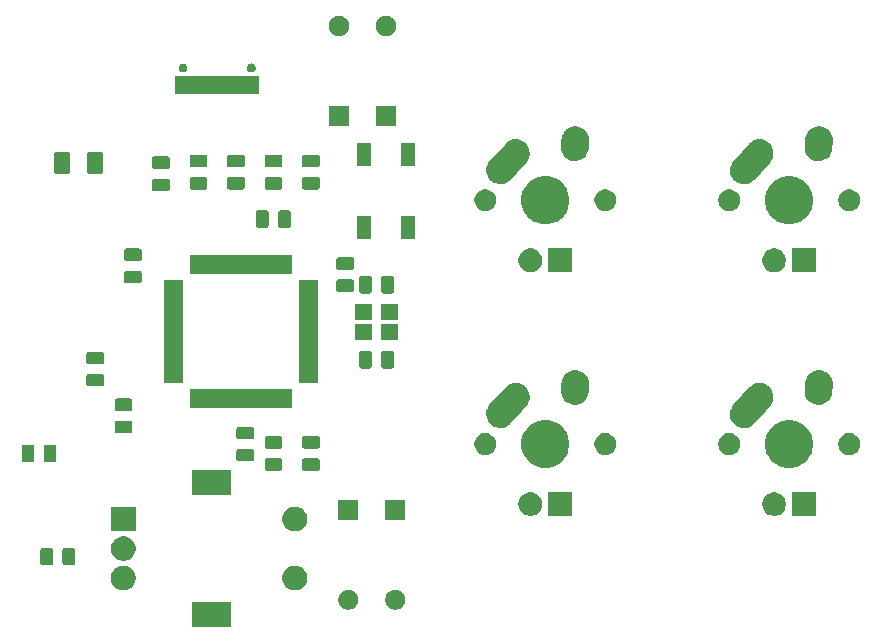
<source format=gbr>
G04 #@! TF.GenerationSoftware,KiCad,Pcbnew,(5.1.5)-3*
G04 #@! TF.CreationDate,2020-05-08T22:50:54-04:00*
G04 #@! TF.ProjectId,metropolislefty,6d657472-6f70-46f6-9c69-736c65667479,rev?*
G04 #@! TF.SameCoordinates,Original*
G04 #@! TF.FileFunction,Soldermask,Bot*
G04 #@! TF.FilePolarity,Negative*
%FSLAX46Y46*%
G04 Gerber Fmt 4.6, Leading zero omitted, Abs format (unit mm)*
G04 Created by KiCad (PCBNEW (5.1.5)-3) date 2020-05-08 22:50:54*
%MOMM*%
%LPD*%
G04 APERTURE LIST*
%ADD10C,0.100000*%
G04 APERTURE END LIST*
D10*
G36*
X82176000Y-125038500D02*
G01*
X78874000Y-125038500D01*
X78874000Y-122936500D01*
X82176000Y-122936500D01*
X82176000Y-125038500D01*
G37*
G36*
X96291978Y-121895453D02*
G01*
X96446850Y-121959603D01*
X96586231Y-122052735D01*
X96704765Y-122171269D01*
X96797897Y-122310650D01*
X96862047Y-122465522D01*
X96894750Y-122629934D01*
X96894750Y-122797566D01*
X96862047Y-122961978D01*
X96797897Y-123116850D01*
X96704765Y-123256231D01*
X96586231Y-123374765D01*
X96446850Y-123467897D01*
X96291978Y-123532047D01*
X96127566Y-123564750D01*
X95959934Y-123564750D01*
X95795522Y-123532047D01*
X95640650Y-123467897D01*
X95501269Y-123374765D01*
X95382735Y-123256231D01*
X95289603Y-123116850D01*
X95225453Y-122961978D01*
X95192750Y-122797566D01*
X95192750Y-122629934D01*
X95225453Y-122465522D01*
X95289603Y-122310650D01*
X95382735Y-122171269D01*
X95501269Y-122052735D01*
X95640650Y-121959603D01*
X95795522Y-121895453D01*
X95959934Y-121862750D01*
X96127566Y-121862750D01*
X96291978Y-121895453D01*
G37*
G36*
X92323228Y-121895453D02*
G01*
X92478100Y-121959603D01*
X92617481Y-122052735D01*
X92736015Y-122171269D01*
X92829147Y-122310650D01*
X92893297Y-122465522D01*
X92926000Y-122629934D01*
X92926000Y-122797566D01*
X92893297Y-122961978D01*
X92829147Y-123116850D01*
X92736015Y-123256231D01*
X92617481Y-123374765D01*
X92478100Y-123467897D01*
X92323228Y-123532047D01*
X92158816Y-123564750D01*
X91991184Y-123564750D01*
X91826772Y-123532047D01*
X91671900Y-123467897D01*
X91532519Y-123374765D01*
X91413985Y-123256231D01*
X91320853Y-123116850D01*
X91256703Y-122961978D01*
X91224000Y-122797566D01*
X91224000Y-122629934D01*
X91256703Y-122465522D01*
X91320853Y-122310650D01*
X91413985Y-122171269D01*
X91532519Y-122052735D01*
X91671900Y-121959603D01*
X91826772Y-121895453D01*
X91991184Y-121862750D01*
X92158816Y-121862750D01*
X92323228Y-121895453D01*
G37*
G36*
X73331564Y-119876889D02*
G01*
X73522833Y-119956115D01*
X73522835Y-119956116D01*
X73694973Y-120071135D01*
X73841365Y-120217527D01*
X73956385Y-120389667D01*
X74035611Y-120580936D01*
X74076000Y-120783984D01*
X74076000Y-120991016D01*
X74035611Y-121194064D01*
X73956385Y-121385333D01*
X73956384Y-121385335D01*
X73841365Y-121557473D01*
X73694973Y-121703865D01*
X73522835Y-121818884D01*
X73522834Y-121818885D01*
X73522833Y-121818885D01*
X73331564Y-121898111D01*
X73128516Y-121938500D01*
X72921484Y-121938500D01*
X72718436Y-121898111D01*
X72527167Y-121818885D01*
X72527166Y-121818885D01*
X72527165Y-121818884D01*
X72355027Y-121703865D01*
X72208635Y-121557473D01*
X72093616Y-121385335D01*
X72093615Y-121385333D01*
X72014389Y-121194064D01*
X71974000Y-120991016D01*
X71974000Y-120783984D01*
X72014389Y-120580936D01*
X72093615Y-120389667D01*
X72208635Y-120217527D01*
X72355027Y-120071135D01*
X72527165Y-119956116D01*
X72527167Y-119956115D01*
X72718436Y-119876889D01*
X72921484Y-119836500D01*
X73128516Y-119836500D01*
X73331564Y-119876889D01*
G37*
G36*
X87831564Y-119876889D02*
G01*
X88022833Y-119956115D01*
X88022835Y-119956116D01*
X88194973Y-120071135D01*
X88341365Y-120217527D01*
X88456385Y-120389667D01*
X88535611Y-120580936D01*
X88576000Y-120783984D01*
X88576000Y-120991016D01*
X88535611Y-121194064D01*
X88456385Y-121385333D01*
X88456384Y-121385335D01*
X88341365Y-121557473D01*
X88194973Y-121703865D01*
X88022835Y-121818884D01*
X88022834Y-121818885D01*
X88022833Y-121818885D01*
X87831564Y-121898111D01*
X87628516Y-121938500D01*
X87421484Y-121938500D01*
X87218436Y-121898111D01*
X87027167Y-121818885D01*
X87027166Y-121818885D01*
X87027165Y-121818884D01*
X86855027Y-121703865D01*
X86708635Y-121557473D01*
X86593616Y-121385335D01*
X86593615Y-121385333D01*
X86514389Y-121194064D01*
X86474000Y-120991016D01*
X86474000Y-120783984D01*
X86514389Y-120580936D01*
X86593615Y-120389667D01*
X86708635Y-120217527D01*
X86855027Y-120071135D01*
X87027165Y-119956116D01*
X87027167Y-119956115D01*
X87218436Y-119876889D01*
X87421484Y-119836500D01*
X87628516Y-119836500D01*
X87831564Y-119876889D01*
G37*
G36*
X66903218Y-118316065D02*
G01*
X66941888Y-118327796D01*
X66977527Y-118346846D01*
X67008767Y-118372483D01*
X67034404Y-118403723D01*
X67053454Y-118439362D01*
X67065185Y-118478032D01*
X67069750Y-118524388D01*
X67069750Y-119600612D01*
X67065185Y-119646968D01*
X67053454Y-119685638D01*
X67034404Y-119721277D01*
X67008767Y-119752517D01*
X66977527Y-119778154D01*
X66941888Y-119797204D01*
X66903218Y-119808935D01*
X66856862Y-119813500D01*
X66205638Y-119813500D01*
X66159282Y-119808935D01*
X66120612Y-119797204D01*
X66084973Y-119778154D01*
X66053733Y-119752517D01*
X66028096Y-119721277D01*
X66009046Y-119685638D01*
X65997315Y-119646968D01*
X65992750Y-119600612D01*
X65992750Y-118524388D01*
X65997315Y-118478032D01*
X66009046Y-118439362D01*
X66028096Y-118403723D01*
X66053733Y-118372483D01*
X66084973Y-118346846D01*
X66120612Y-118327796D01*
X66159282Y-118316065D01*
X66205638Y-118311500D01*
X66856862Y-118311500D01*
X66903218Y-118316065D01*
G37*
G36*
X68778218Y-118316065D02*
G01*
X68816888Y-118327796D01*
X68852527Y-118346846D01*
X68883767Y-118372483D01*
X68909404Y-118403723D01*
X68928454Y-118439362D01*
X68940185Y-118478032D01*
X68944750Y-118524388D01*
X68944750Y-119600612D01*
X68940185Y-119646968D01*
X68928454Y-119685638D01*
X68909404Y-119721277D01*
X68883767Y-119752517D01*
X68852527Y-119778154D01*
X68816888Y-119797204D01*
X68778218Y-119808935D01*
X68731862Y-119813500D01*
X68080638Y-119813500D01*
X68034282Y-119808935D01*
X67995612Y-119797204D01*
X67959973Y-119778154D01*
X67928733Y-119752517D01*
X67903096Y-119721277D01*
X67884046Y-119685638D01*
X67872315Y-119646968D01*
X67867750Y-119600612D01*
X67867750Y-118524388D01*
X67872315Y-118478032D01*
X67884046Y-118439362D01*
X67903096Y-118403723D01*
X67928733Y-118372483D01*
X67959973Y-118346846D01*
X67995612Y-118327796D01*
X68034282Y-118316065D01*
X68080638Y-118311500D01*
X68731862Y-118311500D01*
X68778218Y-118316065D01*
G37*
G36*
X73331564Y-117376889D02*
G01*
X73522833Y-117456115D01*
X73522835Y-117456116D01*
X73694973Y-117571135D01*
X73841365Y-117717527D01*
X73956385Y-117889667D01*
X74035611Y-118080936D01*
X74076000Y-118283984D01*
X74076000Y-118491016D01*
X74035611Y-118694064D01*
X73956385Y-118885333D01*
X73956384Y-118885335D01*
X73841365Y-119057473D01*
X73694973Y-119203865D01*
X73522835Y-119318884D01*
X73522834Y-119318885D01*
X73522833Y-119318885D01*
X73331564Y-119398111D01*
X73128516Y-119438500D01*
X72921484Y-119438500D01*
X72718436Y-119398111D01*
X72527167Y-119318885D01*
X72527166Y-119318885D01*
X72527165Y-119318884D01*
X72355027Y-119203865D01*
X72208635Y-119057473D01*
X72093616Y-118885335D01*
X72093615Y-118885333D01*
X72014389Y-118694064D01*
X71974000Y-118491016D01*
X71974000Y-118283984D01*
X72014389Y-118080936D01*
X72093615Y-117889667D01*
X72208635Y-117717527D01*
X72355027Y-117571135D01*
X72527165Y-117456116D01*
X72527167Y-117456115D01*
X72718436Y-117376889D01*
X72921484Y-117336500D01*
X73128516Y-117336500D01*
X73331564Y-117376889D01*
G37*
G36*
X87831564Y-114876889D02*
G01*
X88022833Y-114956115D01*
X88022835Y-114956116D01*
X88194973Y-115071135D01*
X88341365Y-115217527D01*
X88456385Y-115389667D01*
X88535611Y-115580936D01*
X88576000Y-115783984D01*
X88576000Y-115991016D01*
X88535611Y-116194064D01*
X88456385Y-116385333D01*
X88456384Y-116385335D01*
X88341365Y-116557473D01*
X88194973Y-116703865D01*
X88022835Y-116818884D01*
X88022834Y-116818885D01*
X88022833Y-116818885D01*
X87831564Y-116898111D01*
X87628516Y-116938500D01*
X87421484Y-116938500D01*
X87218436Y-116898111D01*
X87027167Y-116818885D01*
X87027166Y-116818885D01*
X87027165Y-116818884D01*
X86855027Y-116703865D01*
X86708635Y-116557473D01*
X86593616Y-116385335D01*
X86593615Y-116385333D01*
X86514389Y-116194064D01*
X86474000Y-115991016D01*
X86474000Y-115783984D01*
X86514389Y-115580936D01*
X86593615Y-115389667D01*
X86708635Y-115217527D01*
X86855027Y-115071135D01*
X87027165Y-114956116D01*
X87027167Y-114956115D01*
X87218436Y-114876889D01*
X87421484Y-114836500D01*
X87628516Y-114836500D01*
X87831564Y-114876889D01*
G37*
G36*
X74076000Y-116938500D02*
G01*
X71974000Y-116938500D01*
X71974000Y-114836500D01*
X74076000Y-114836500D01*
X74076000Y-116938500D01*
G37*
G36*
X96894750Y-115944750D02*
G01*
X95192750Y-115944750D01*
X95192750Y-114242750D01*
X96894750Y-114242750D01*
X96894750Y-115944750D01*
G37*
G36*
X92926000Y-115944750D02*
G01*
X91224000Y-115944750D01*
X91224000Y-114242750D01*
X92926000Y-114242750D01*
X92926000Y-115944750D01*
G37*
G36*
X107600175Y-113619488D02*
G01*
X107766460Y-113652563D01*
X107949086Y-113728209D01*
X108113444Y-113838030D01*
X108253220Y-113977806D01*
X108363041Y-114142164D01*
X108438687Y-114324790D01*
X108477250Y-114518664D01*
X108477250Y-114716336D01*
X108438687Y-114910210D01*
X108363041Y-115092836D01*
X108253220Y-115257194D01*
X108113444Y-115396970D01*
X107949086Y-115506791D01*
X107766460Y-115582437D01*
X107600175Y-115615512D01*
X107572587Y-115621000D01*
X107374913Y-115621000D01*
X107347325Y-115615512D01*
X107181040Y-115582437D01*
X106998414Y-115506791D01*
X106834056Y-115396970D01*
X106694280Y-115257194D01*
X106584459Y-115092836D01*
X106508813Y-114910210D01*
X106470250Y-114716336D01*
X106470250Y-114518664D01*
X106508813Y-114324790D01*
X106584459Y-114142164D01*
X106694280Y-113977806D01*
X106834056Y-113838030D01*
X106998414Y-113728209D01*
X107181040Y-113652563D01*
X107347325Y-113619488D01*
X107374913Y-113614000D01*
X107572587Y-113614000D01*
X107600175Y-113619488D01*
G37*
G36*
X128237675Y-113619488D02*
G01*
X128403960Y-113652563D01*
X128586586Y-113728209D01*
X128750944Y-113838030D01*
X128890720Y-113977806D01*
X129000541Y-114142164D01*
X129076187Y-114324790D01*
X129114750Y-114518664D01*
X129114750Y-114716336D01*
X129076187Y-114910210D01*
X129000541Y-115092836D01*
X128890720Y-115257194D01*
X128750944Y-115396970D01*
X128586586Y-115506791D01*
X128403960Y-115582437D01*
X128237675Y-115615512D01*
X128210087Y-115621000D01*
X128012413Y-115621000D01*
X127984825Y-115615512D01*
X127818540Y-115582437D01*
X127635914Y-115506791D01*
X127471556Y-115396970D01*
X127331780Y-115257194D01*
X127221959Y-115092836D01*
X127146313Y-114910210D01*
X127107750Y-114716336D01*
X127107750Y-114518664D01*
X127146313Y-114324790D01*
X127221959Y-114142164D01*
X127331780Y-113977806D01*
X127471556Y-113838030D01*
X127635914Y-113728209D01*
X127818540Y-113652563D01*
X127984825Y-113619488D01*
X128012413Y-113614000D01*
X128210087Y-113614000D01*
X128237675Y-113619488D01*
G37*
G36*
X131654750Y-115621000D02*
G01*
X129647750Y-115621000D01*
X129647750Y-113614000D01*
X131654750Y-113614000D01*
X131654750Y-115621000D01*
G37*
G36*
X111017250Y-115621000D02*
G01*
X109010250Y-115621000D01*
X109010250Y-113614000D01*
X111017250Y-113614000D01*
X111017250Y-115621000D01*
G37*
G36*
X82176000Y-113838500D02*
G01*
X78874000Y-113838500D01*
X78874000Y-111736500D01*
X82176000Y-111736500D01*
X82176000Y-113838500D01*
G37*
G36*
X86309468Y-110734815D02*
G01*
X86348138Y-110746546D01*
X86383777Y-110765596D01*
X86415017Y-110791233D01*
X86440654Y-110822473D01*
X86459704Y-110858112D01*
X86471435Y-110896782D01*
X86476000Y-110943138D01*
X86476000Y-111594362D01*
X86471435Y-111640718D01*
X86459704Y-111679388D01*
X86440654Y-111715027D01*
X86415017Y-111746267D01*
X86383777Y-111771904D01*
X86348138Y-111790954D01*
X86309468Y-111802685D01*
X86263112Y-111807250D01*
X85186888Y-111807250D01*
X85140532Y-111802685D01*
X85101862Y-111790954D01*
X85066223Y-111771904D01*
X85034983Y-111746267D01*
X85009346Y-111715027D01*
X84990296Y-111679388D01*
X84978565Y-111640718D01*
X84974000Y-111594362D01*
X84974000Y-110943138D01*
X84978565Y-110896782D01*
X84990296Y-110858112D01*
X85009346Y-110822473D01*
X85034983Y-110791233D01*
X85066223Y-110765596D01*
X85101862Y-110746546D01*
X85140532Y-110734815D01*
X85186888Y-110730250D01*
X86263112Y-110730250D01*
X86309468Y-110734815D01*
G37*
G36*
X89484468Y-110734815D02*
G01*
X89523138Y-110746546D01*
X89558777Y-110765596D01*
X89590017Y-110791233D01*
X89615654Y-110822473D01*
X89634704Y-110858112D01*
X89646435Y-110896782D01*
X89651000Y-110943138D01*
X89651000Y-111594362D01*
X89646435Y-111640718D01*
X89634704Y-111679388D01*
X89615654Y-111715027D01*
X89590017Y-111746267D01*
X89558777Y-111771904D01*
X89523138Y-111790954D01*
X89484468Y-111802685D01*
X89438112Y-111807250D01*
X88361888Y-111807250D01*
X88315532Y-111802685D01*
X88276862Y-111790954D01*
X88241223Y-111771904D01*
X88209983Y-111746267D01*
X88184346Y-111715027D01*
X88165296Y-111679388D01*
X88153565Y-111640718D01*
X88149000Y-111594362D01*
X88149000Y-110943138D01*
X88153565Y-110896782D01*
X88165296Y-110858112D01*
X88184346Y-110822473D01*
X88209983Y-110791233D01*
X88241223Y-110765596D01*
X88276862Y-110746546D01*
X88315532Y-110734815D01*
X88361888Y-110730250D01*
X89438112Y-110730250D01*
X89484468Y-110734815D01*
G37*
G36*
X129977724Y-107571184D02*
G01*
X130195724Y-107661483D01*
X130349873Y-107725333D01*
X130684798Y-107949123D01*
X130969627Y-108233952D01*
X131193417Y-108568877D01*
X131225812Y-108647086D01*
X131347566Y-108941026D01*
X131426150Y-109336094D01*
X131426150Y-109738906D01*
X131347566Y-110133974D01*
X131296701Y-110256772D01*
X131193417Y-110506123D01*
X130969627Y-110841048D01*
X130684798Y-111125877D01*
X130349873Y-111349667D01*
X130195724Y-111413517D01*
X129977724Y-111503816D01*
X129582656Y-111582400D01*
X129179844Y-111582400D01*
X128784776Y-111503816D01*
X128566776Y-111413517D01*
X128412627Y-111349667D01*
X128077702Y-111125877D01*
X127792873Y-110841048D01*
X127569083Y-110506123D01*
X127465799Y-110256772D01*
X127414934Y-110133974D01*
X127336350Y-109738906D01*
X127336350Y-109336094D01*
X127414934Y-108941026D01*
X127536688Y-108647086D01*
X127569083Y-108568877D01*
X127792873Y-108233952D01*
X128077702Y-107949123D01*
X128412627Y-107725333D01*
X128566776Y-107661483D01*
X128784776Y-107571184D01*
X129179844Y-107492600D01*
X129582656Y-107492600D01*
X129977724Y-107571184D01*
G37*
G36*
X109340224Y-107571184D02*
G01*
X109558224Y-107661483D01*
X109712373Y-107725333D01*
X110047298Y-107949123D01*
X110332127Y-108233952D01*
X110555917Y-108568877D01*
X110588312Y-108647086D01*
X110710066Y-108941026D01*
X110788650Y-109336094D01*
X110788650Y-109738906D01*
X110710066Y-110133974D01*
X110659201Y-110256772D01*
X110555917Y-110506123D01*
X110332127Y-110841048D01*
X110047298Y-111125877D01*
X109712373Y-111349667D01*
X109558224Y-111413517D01*
X109340224Y-111503816D01*
X108945156Y-111582400D01*
X108542344Y-111582400D01*
X108147276Y-111503816D01*
X107929276Y-111413517D01*
X107775127Y-111349667D01*
X107440202Y-111125877D01*
X107155373Y-110841048D01*
X106931583Y-110506123D01*
X106828299Y-110256772D01*
X106777434Y-110133974D01*
X106698850Y-109738906D01*
X106698850Y-109336094D01*
X106777434Y-108941026D01*
X106899188Y-108647086D01*
X106931583Y-108568877D01*
X107155373Y-108233952D01*
X107440202Y-107949123D01*
X107775127Y-107725333D01*
X107929276Y-107661483D01*
X108147276Y-107571184D01*
X108542344Y-107492600D01*
X108945156Y-107492600D01*
X109340224Y-107571184D01*
G37*
G36*
X65315718Y-109584815D02*
G01*
X65354388Y-109596546D01*
X65390027Y-109615596D01*
X65421267Y-109641233D01*
X65446904Y-109672473D01*
X65465954Y-109708112D01*
X65477685Y-109746782D01*
X65482250Y-109793138D01*
X65482250Y-110869362D01*
X65477685Y-110915718D01*
X65465954Y-110954388D01*
X65446904Y-110990027D01*
X65421267Y-111021267D01*
X65390027Y-111046904D01*
X65354388Y-111065954D01*
X65315718Y-111077685D01*
X65269362Y-111082250D01*
X64618138Y-111082250D01*
X64571782Y-111077685D01*
X64533112Y-111065954D01*
X64497473Y-111046904D01*
X64466233Y-111021267D01*
X64440596Y-110990027D01*
X64421546Y-110954388D01*
X64409815Y-110915718D01*
X64405250Y-110869362D01*
X64405250Y-109793138D01*
X64409815Y-109746782D01*
X64421546Y-109708112D01*
X64440596Y-109672473D01*
X64466233Y-109641233D01*
X64497473Y-109615596D01*
X64533112Y-109596546D01*
X64571782Y-109584815D01*
X64618138Y-109580250D01*
X65269362Y-109580250D01*
X65315718Y-109584815D01*
G37*
G36*
X67190718Y-109584815D02*
G01*
X67229388Y-109596546D01*
X67265027Y-109615596D01*
X67296267Y-109641233D01*
X67321904Y-109672473D01*
X67340954Y-109708112D01*
X67352685Y-109746782D01*
X67357250Y-109793138D01*
X67357250Y-110869362D01*
X67352685Y-110915718D01*
X67340954Y-110954388D01*
X67321904Y-110990027D01*
X67296267Y-111021267D01*
X67265027Y-111046904D01*
X67229388Y-111065954D01*
X67190718Y-111077685D01*
X67144362Y-111082250D01*
X66493138Y-111082250D01*
X66446782Y-111077685D01*
X66408112Y-111065954D01*
X66372473Y-111046904D01*
X66341233Y-111021267D01*
X66315596Y-110990027D01*
X66296546Y-110954388D01*
X66284815Y-110915718D01*
X66280250Y-110869362D01*
X66280250Y-109793138D01*
X66284815Y-109746782D01*
X66296546Y-109708112D01*
X66315596Y-109672473D01*
X66341233Y-109641233D01*
X66372473Y-109615596D01*
X66408112Y-109596546D01*
X66446782Y-109584815D01*
X66493138Y-109580250D01*
X67144362Y-109580250D01*
X67190718Y-109584815D01*
G37*
G36*
X83928218Y-109941065D02*
G01*
X83966888Y-109952796D01*
X84002527Y-109971846D01*
X84033767Y-109997483D01*
X84059404Y-110028723D01*
X84078454Y-110064362D01*
X84090185Y-110103032D01*
X84094750Y-110149388D01*
X84094750Y-110800612D01*
X84090185Y-110846968D01*
X84078454Y-110885638D01*
X84059404Y-110921277D01*
X84033767Y-110952517D01*
X84002527Y-110978154D01*
X83966888Y-110997204D01*
X83928218Y-111008935D01*
X83881862Y-111013500D01*
X82805638Y-111013500D01*
X82759282Y-111008935D01*
X82720612Y-110997204D01*
X82684973Y-110978154D01*
X82653733Y-110952517D01*
X82628096Y-110921277D01*
X82609046Y-110885638D01*
X82597315Y-110846968D01*
X82592750Y-110800612D01*
X82592750Y-110149388D01*
X82597315Y-110103032D01*
X82609046Y-110064362D01*
X82628096Y-110028723D01*
X82653733Y-109997483D01*
X82684973Y-109971846D01*
X82720612Y-109952796D01*
X82759282Y-109941065D01*
X82805638Y-109936500D01*
X83881862Y-109936500D01*
X83928218Y-109941065D01*
G37*
G36*
X134731354Y-108647085D02*
G01*
X134899876Y-108716889D01*
X135051541Y-108818228D01*
X135180522Y-108947209D01*
X135281861Y-109098874D01*
X135351665Y-109267396D01*
X135387250Y-109446297D01*
X135387250Y-109628703D01*
X135351665Y-109807604D01*
X135281861Y-109976126D01*
X135180522Y-110127791D01*
X135051541Y-110256772D01*
X134899876Y-110358111D01*
X134731354Y-110427915D01*
X134552453Y-110463500D01*
X134370047Y-110463500D01*
X134191146Y-110427915D01*
X134022624Y-110358111D01*
X133870959Y-110256772D01*
X133741978Y-110127791D01*
X133640639Y-109976126D01*
X133570835Y-109807604D01*
X133535250Y-109628703D01*
X133535250Y-109446297D01*
X133570835Y-109267396D01*
X133640639Y-109098874D01*
X133741978Y-108947209D01*
X133870959Y-108818228D01*
X134022624Y-108716889D01*
X134191146Y-108647085D01*
X134370047Y-108611500D01*
X134552453Y-108611500D01*
X134731354Y-108647085D01*
G37*
G36*
X114093854Y-108647085D02*
G01*
X114262376Y-108716889D01*
X114414041Y-108818228D01*
X114543022Y-108947209D01*
X114644361Y-109098874D01*
X114714165Y-109267396D01*
X114749750Y-109446297D01*
X114749750Y-109628703D01*
X114714165Y-109807604D01*
X114644361Y-109976126D01*
X114543022Y-110127791D01*
X114414041Y-110256772D01*
X114262376Y-110358111D01*
X114093854Y-110427915D01*
X113914953Y-110463500D01*
X113732547Y-110463500D01*
X113553646Y-110427915D01*
X113385124Y-110358111D01*
X113233459Y-110256772D01*
X113104478Y-110127791D01*
X113003139Y-109976126D01*
X112933335Y-109807604D01*
X112897750Y-109628703D01*
X112897750Y-109446297D01*
X112933335Y-109267396D01*
X113003139Y-109098874D01*
X113104478Y-108947209D01*
X113233459Y-108818228D01*
X113385124Y-108716889D01*
X113553646Y-108647085D01*
X113732547Y-108611500D01*
X113914953Y-108611500D01*
X114093854Y-108647085D01*
G37*
G36*
X124571354Y-108647085D02*
G01*
X124739876Y-108716889D01*
X124891541Y-108818228D01*
X125020522Y-108947209D01*
X125121861Y-109098874D01*
X125191665Y-109267396D01*
X125227250Y-109446297D01*
X125227250Y-109628703D01*
X125191665Y-109807604D01*
X125121861Y-109976126D01*
X125020522Y-110127791D01*
X124891541Y-110256772D01*
X124739876Y-110358111D01*
X124571354Y-110427915D01*
X124392453Y-110463500D01*
X124210047Y-110463500D01*
X124031146Y-110427915D01*
X123862624Y-110358111D01*
X123710959Y-110256772D01*
X123581978Y-110127791D01*
X123480639Y-109976126D01*
X123410835Y-109807604D01*
X123375250Y-109628703D01*
X123375250Y-109446297D01*
X123410835Y-109267396D01*
X123480639Y-109098874D01*
X123581978Y-108947209D01*
X123710959Y-108818228D01*
X123862624Y-108716889D01*
X124031146Y-108647085D01*
X124210047Y-108611500D01*
X124392453Y-108611500D01*
X124571354Y-108647085D01*
G37*
G36*
X103933854Y-108647085D02*
G01*
X104102376Y-108716889D01*
X104254041Y-108818228D01*
X104383022Y-108947209D01*
X104484361Y-109098874D01*
X104554165Y-109267396D01*
X104589750Y-109446297D01*
X104589750Y-109628703D01*
X104554165Y-109807604D01*
X104484361Y-109976126D01*
X104383022Y-110127791D01*
X104254041Y-110256772D01*
X104102376Y-110358111D01*
X103933854Y-110427915D01*
X103754953Y-110463500D01*
X103572547Y-110463500D01*
X103393646Y-110427915D01*
X103225124Y-110358111D01*
X103073459Y-110256772D01*
X102944478Y-110127791D01*
X102843139Y-109976126D01*
X102773335Y-109807604D01*
X102737750Y-109628703D01*
X102737750Y-109446297D01*
X102773335Y-109267396D01*
X102843139Y-109098874D01*
X102944478Y-108947209D01*
X103073459Y-108818228D01*
X103225124Y-108716889D01*
X103393646Y-108647085D01*
X103572547Y-108611500D01*
X103754953Y-108611500D01*
X103933854Y-108647085D01*
G37*
G36*
X89484468Y-108859815D02*
G01*
X89523138Y-108871546D01*
X89558777Y-108890596D01*
X89590017Y-108916233D01*
X89615654Y-108947473D01*
X89634704Y-108983112D01*
X89646435Y-109021782D01*
X89651000Y-109068138D01*
X89651000Y-109719362D01*
X89646435Y-109765718D01*
X89634704Y-109804388D01*
X89615654Y-109840027D01*
X89590017Y-109871267D01*
X89558777Y-109896904D01*
X89523138Y-109915954D01*
X89484468Y-109927685D01*
X89438112Y-109932250D01*
X88361888Y-109932250D01*
X88315532Y-109927685D01*
X88276862Y-109915954D01*
X88241223Y-109896904D01*
X88209983Y-109871267D01*
X88184346Y-109840027D01*
X88165296Y-109804388D01*
X88153565Y-109765718D01*
X88149000Y-109719362D01*
X88149000Y-109068138D01*
X88153565Y-109021782D01*
X88165296Y-108983112D01*
X88184346Y-108947473D01*
X88209983Y-108916233D01*
X88241223Y-108890596D01*
X88276862Y-108871546D01*
X88315532Y-108859815D01*
X88361888Y-108855250D01*
X89438112Y-108855250D01*
X89484468Y-108859815D01*
G37*
G36*
X86309468Y-108859815D02*
G01*
X86348138Y-108871546D01*
X86383777Y-108890596D01*
X86415017Y-108916233D01*
X86440654Y-108947473D01*
X86459704Y-108983112D01*
X86471435Y-109021782D01*
X86476000Y-109068138D01*
X86476000Y-109719362D01*
X86471435Y-109765718D01*
X86459704Y-109804388D01*
X86440654Y-109840027D01*
X86415017Y-109871267D01*
X86383777Y-109896904D01*
X86348138Y-109915954D01*
X86309468Y-109927685D01*
X86263112Y-109932250D01*
X85186888Y-109932250D01*
X85140532Y-109927685D01*
X85101862Y-109915954D01*
X85066223Y-109896904D01*
X85034983Y-109871267D01*
X85009346Y-109840027D01*
X84990296Y-109804388D01*
X84978565Y-109765718D01*
X84974000Y-109719362D01*
X84974000Y-109068138D01*
X84978565Y-109021782D01*
X84990296Y-108983112D01*
X85009346Y-108947473D01*
X85034983Y-108916233D01*
X85066223Y-108890596D01*
X85101862Y-108871546D01*
X85140532Y-108859815D01*
X85186888Y-108855250D01*
X86263112Y-108855250D01*
X86309468Y-108859815D01*
G37*
G36*
X83928218Y-108066065D02*
G01*
X83966888Y-108077796D01*
X84002527Y-108096846D01*
X84033767Y-108122483D01*
X84059404Y-108153723D01*
X84078454Y-108189362D01*
X84090185Y-108228032D01*
X84094750Y-108274388D01*
X84094750Y-108925612D01*
X84090185Y-108971968D01*
X84078454Y-109010638D01*
X84059404Y-109046277D01*
X84033767Y-109077517D01*
X84002527Y-109103154D01*
X83966888Y-109122204D01*
X83928218Y-109133935D01*
X83881862Y-109138500D01*
X82805638Y-109138500D01*
X82759282Y-109133935D01*
X82720612Y-109122204D01*
X82684973Y-109103154D01*
X82653733Y-109077517D01*
X82628096Y-109046277D01*
X82609046Y-109010638D01*
X82597315Y-108971968D01*
X82592750Y-108925612D01*
X82592750Y-108274388D01*
X82597315Y-108228032D01*
X82609046Y-108189362D01*
X82628096Y-108153723D01*
X82653733Y-108122483D01*
X82684973Y-108096846D01*
X82720612Y-108077796D01*
X82759282Y-108066065D01*
X82805638Y-108061500D01*
X83881862Y-108061500D01*
X83928218Y-108066065D01*
G37*
G36*
X73609468Y-107559815D02*
G01*
X73648138Y-107571546D01*
X73683777Y-107590596D01*
X73715017Y-107616233D01*
X73740654Y-107647473D01*
X73759704Y-107683112D01*
X73771435Y-107721782D01*
X73776000Y-107768138D01*
X73776000Y-108419362D01*
X73771435Y-108465718D01*
X73759704Y-108504388D01*
X73740654Y-108540027D01*
X73715017Y-108571267D01*
X73683777Y-108596904D01*
X73648138Y-108615954D01*
X73609468Y-108627685D01*
X73563112Y-108632250D01*
X72486888Y-108632250D01*
X72440532Y-108627685D01*
X72401862Y-108615954D01*
X72366223Y-108596904D01*
X72334983Y-108571267D01*
X72309346Y-108540027D01*
X72290296Y-108504388D01*
X72278565Y-108465718D01*
X72274000Y-108419362D01*
X72274000Y-107768138D01*
X72278565Y-107721782D01*
X72290296Y-107683112D01*
X72309346Y-107647473D01*
X72334983Y-107616233D01*
X72366223Y-107590596D01*
X72401862Y-107571546D01*
X72440532Y-107559815D01*
X72486888Y-107555250D01*
X73563112Y-107555250D01*
X73609468Y-107559815D01*
G37*
G36*
X126904455Y-104361381D02*
G01*
X126909895Y-104361500D01*
X126997078Y-104361500D01*
X127013347Y-104364736D01*
X127032206Y-104367015D01*
X127048782Y-104367746D01*
X127133473Y-104388510D01*
X127138768Y-104389684D01*
X127224277Y-104406693D01*
X127239612Y-104413045D01*
X127257651Y-104418955D01*
X127273771Y-104422907D01*
X127352754Y-104459780D01*
X127357744Y-104461977D01*
X127438295Y-104495342D01*
X127452091Y-104504560D01*
X127468643Y-104513882D01*
X127483676Y-104520900D01*
X127553944Y-104572471D01*
X127558442Y-104575622D01*
X127630906Y-104624041D01*
X127642633Y-104635768D01*
X127657059Y-104648148D01*
X127670429Y-104657961D01*
X127670430Y-104657962D01*
X127729271Y-104722233D01*
X127733079Y-104726214D01*
X127794709Y-104787844D01*
X127803924Y-104801635D01*
X127815646Y-104816578D01*
X127826855Y-104828821D01*
X127872049Y-104903374D01*
X127874996Y-104908001D01*
X127923408Y-104980455D01*
X127929755Y-104995777D01*
X127938342Y-105012731D01*
X127946941Y-105026917D01*
X127976728Y-105108868D01*
X127978702Y-105113948D01*
X128012057Y-105194473D01*
X128012057Y-105194474D01*
X128015291Y-105210733D01*
X128020408Y-105229042D01*
X128026075Y-105244634D01*
X128039305Y-105330845D01*
X128040251Y-105336213D01*
X128057250Y-105421673D01*
X128057250Y-105438252D01*
X128058694Y-105457192D01*
X128061213Y-105473604D01*
X128057370Y-105560749D01*
X128057250Y-105566189D01*
X128057250Y-105653325D01*
X128054016Y-105669583D01*
X128051738Y-105688441D01*
X128051006Y-105705031D01*
X128030238Y-105789737D01*
X128029062Y-105795037D01*
X128012057Y-105880527D01*
X128005707Y-105895857D01*
X127999799Y-105913893D01*
X127995845Y-105930020D01*
X127958961Y-106009026D01*
X127956761Y-106014023D01*
X127923408Y-106094545D01*
X127914194Y-106108335D01*
X127904872Y-106124887D01*
X127897852Y-106139924D01*
X127846261Y-106210220D01*
X127843116Y-106214710D01*
X127794711Y-106287154D01*
X127737710Y-106344155D01*
X127733061Y-106349063D01*
X127398525Y-106721904D01*
X126407973Y-107825876D01*
X126279929Y-107943102D01*
X126180881Y-108003145D01*
X126081833Y-108063189D01*
X125864116Y-108142323D01*
X125635145Y-108177461D01*
X125403720Y-108167254D01*
X125178731Y-108112093D01*
X125081442Y-108066674D01*
X124968829Y-108014102D01*
X124872088Y-107943102D01*
X124782073Y-107877039D01*
X124682373Y-107768138D01*
X124625648Y-107706179D01*
X124555581Y-107590596D01*
X124505561Y-107508083D01*
X124426427Y-107290366D01*
X124391289Y-107061395D01*
X124401496Y-106829970D01*
X124456657Y-106604981D01*
X124511269Y-106488000D01*
X124554648Y-106395080D01*
X124554650Y-106395077D01*
X124657364Y-106255122D01*
X125412495Y-105413527D01*
X125944037Y-104821121D01*
X125954931Y-104807089D01*
X125967789Y-104787846D01*
X126024823Y-104730812D01*
X126029473Y-104725903D01*
X126044528Y-104709124D01*
X126065951Y-104689511D01*
X126069932Y-104685703D01*
X126131596Y-104624039D01*
X126145393Y-104614820D01*
X126160352Y-104603085D01*
X126172571Y-104591898D01*
X126206588Y-104571277D01*
X126247080Y-104546731D01*
X126251671Y-104543808D01*
X126324205Y-104495342D01*
X126339550Y-104488986D01*
X126356498Y-104480401D01*
X126370666Y-104471812D01*
X126370667Y-104471812D01*
X126370668Y-104471811D01*
X126452562Y-104442045D01*
X126457660Y-104440063D01*
X126538223Y-104406693D01*
X126554502Y-104403455D01*
X126572792Y-104398344D01*
X126588385Y-104392677D01*
X126674550Y-104379454D01*
X126679913Y-104378509D01*
X126765423Y-104361500D01*
X126782016Y-104361500D01*
X126800959Y-104360055D01*
X126817356Y-104357539D01*
X126904455Y-104361381D01*
G37*
G36*
X106266955Y-104361381D02*
G01*
X106272395Y-104361500D01*
X106359578Y-104361500D01*
X106375847Y-104364736D01*
X106394706Y-104367015D01*
X106411282Y-104367746D01*
X106495973Y-104388510D01*
X106501268Y-104389684D01*
X106586777Y-104406693D01*
X106602112Y-104413045D01*
X106620151Y-104418955D01*
X106636271Y-104422907D01*
X106715254Y-104459780D01*
X106720244Y-104461977D01*
X106800795Y-104495342D01*
X106814591Y-104504560D01*
X106831143Y-104513882D01*
X106846176Y-104520900D01*
X106916444Y-104572471D01*
X106920942Y-104575622D01*
X106993406Y-104624041D01*
X107005133Y-104635768D01*
X107019559Y-104648148D01*
X107032929Y-104657961D01*
X107032930Y-104657962D01*
X107091771Y-104722233D01*
X107095579Y-104726214D01*
X107157209Y-104787844D01*
X107166424Y-104801635D01*
X107178146Y-104816578D01*
X107189355Y-104828821D01*
X107234549Y-104903374D01*
X107237496Y-104908001D01*
X107285908Y-104980455D01*
X107292255Y-104995777D01*
X107300842Y-105012731D01*
X107309441Y-105026917D01*
X107339228Y-105108868D01*
X107341202Y-105113948D01*
X107374557Y-105194473D01*
X107374557Y-105194474D01*
X107377791Y-105210733D01*
X107382908Y-105229042D01*
X107388575Y-105244634D01*
X107401805Y-105330845D01*
X107402751Y-105336213D01*
X107419750Y-105421673D01*
X107419750Y-105438252D01*
X107421194Y-105457192D01*
X107423713Y-105473604D01*
X107419870Y-105560749D01*
X107419750Y-105566189D01*
X107419750Y-105653325D01*
X107416516Y-105669583D01*
X107414238Y-105688441D01*
X107413506Y-105705031D01*
X107392738Y-105789737D01*
X107391562Y-105795037D01*
X107374557Y-105880527D01*
X107368207Y-105895857D01*
X107362299Y-105913893D01*
X107358345Y-105930020D01*
X107321461Y-106009026D01*
X107319261Y-106014023D01*
X107285908Y-106094545D01*
X107276694Y-106108335D01*
X107267372Y-106124887D01*
X107260352Y-106139924D01*
X107208761Y-106210220D01*
X107205616Y-106214710D01*
X107157211Y-106287154D01*
X107100210Y-106344155D01*
X107095561Y-106349063D01*
X106761025Y-106721904D01*
X105770473Y-107825876D01*
X105642429Y-107943102D01*
X105543381Y-108003145D01*
X105444333Y-108063189D01*
X105226616Y-108142323D01*
X104997645Y-108177461D01*
X104766220Y-108167254D01*
X104541231Y-108112093D01*
X104443942Y-108066674D01*
X104331329Y-108014102D01*
X104234588Y-107943102D01*
X104144573Y-107877039D01*
X104044873Y-107768138D01*
X103988148Y-107706179D01*
X103918081Y-107590596D01*
X103868061Y-107508083D01*
X103788927Y-107290366D01*
X103753789Y-107061395D01*
X103763996Y-106829970D01*
X103819157Y-106604981D01*
X103873769Y-106488000D01*
X103917148Y-106395080D01*
X103917150Y-106395077D01*
X104019864Y-106255122D01*
X104774995Y-105413527D01*
X105306537Y-104821121D01*
X105317431Y-104807089D01*
X105330289Y-104787846D01*
X105387323Y-104730812D01*
X105391973Y-104725903D01*
X105407028Y-104709124D01*
X105428451Y-104689511D01*
X105432432Y-104685703D01*
X105494096Y-104624039D01*
X105507893Y-104614820D01*
X105522852Y-104603085D01*
X105535071Y-104591898D01*
X105569088Y-104571277D01*
X105609580Y-104546731D01*
X105614171Y-104543808D01*
X105686705Y-104495342D01*
X105702050Y-104488986D01*
X105718998Y-104480401D01*
X105733166Y-104471812D01*
X105733167Y-104471812D01*
X105733168Y-104471811D01*
X105815062Y-104442045D01*
X105820160Y-104440063D01*
X105900723Y-104406693D01*
X105917002Y-104403455D01*
X105935292Y-104398344D01*
X105950885Y-104392677D01*
X106037050Y-104379454D01*
X106042413Y-104378509D01*
X106127923Y-104361500D01*
X106144516Y-104361500D01*
X106163459Y-104360055D01*
X106179856Y-104357539D01*
X106266955Y-104361381D01*
G37*
G36*
X73609468Y-105684815D02*
G01*
X73648138Y-105696546D01*
X73683777Y-105715596D01*
X73715017Y-105741233D01*
X73740654Y-105772473D01*
X73759704Y-105808112D01*
X73771435Y-105846782D01*
X73776000Y-105893138D01*
X73776000Y-106544362D01*
X73771435Y-106590718D01*
X73759704Y-106629388D01*
X73740654Y-106665027D01*
X73715017Y-106696267D01*
X73683777Y-106721904D01*
X73648138Y-106740954D01*
X73609468Y-106752685D01*
X73563112Y-106757250D01*
X72486888Y-106757250D01*
X72440532Y-106752685D01*
X72401862Y-106740954D01*
X72366223Y-106721904D01*
X72334983Y-106696267D01*
X72309346Y-106665027D01*
X72290296Y-106629388D01*
X72278565Y-106590718D01*
X72274000Y-106544362D01*
X72274000Y-105893138D01*
X72278565Y-105846782D01*
X72290296Y-105808112D01*
X72309346Y-105772473D01*
X72334983Y-105741233D01*
X72366223Y-105715596D01*
X72401862Y-105696546D01*
X72440532Y-105684815D01*
X72486888Y-105680250D01*
X73563112Y-105680250D01*
X73609468Y-105684815D01*
G37*
G36*
X87326000Y-106513500D02*
G01*
X78674000Y-106513500D01*
X78674000Y-104911500D01*
X87326000Y-104911500D01*
X87326000Y-106513500D01*
G37*
G36*
X111371877Y-103279761D02*
G01*
X111392650Y-103281500D01*
X111399577Y-103281500D01*
X111494504Y-103300382D01*
X111498098Y-103301042D01*
X111593480Y-103317124D01*
X111599953Y-103319585D01*
X111619978Y-103325341D01*
X111626777Y-103326693D01*
X111689164Y-103352534D01*
X111716193Y-103363730D01*
X111719594Y-103365081D01*
X111810005Y-103399461D01*
X111815877Y-103403140D01*
X111834386Y-103412687D01*
X111840795Y-103415342D01*
X111921313Y-103469142D01*
X111924304Y-103471078D01*
X112006307Y-103522459D01*
X112011334Y-103527200D01*
X112027646Y-103540191D01*
X112033402Y-103544037D01*
X112101860Y-103612495D01*
X112104439Y-103614999D01*
X112174840Y-103681389D01*
X112178476Y-103686500D01*
X112178845Y-103687019D01*
X112192309Y-103702944D01*
X112197209Y-103707844D01*
X112250994Y-103788339D01*
X112253041Y-103791307D01*
X112309130Y-103870145D01*
X112311964Y-103876458D01*
X112322058Y-103894693D01*
X112325908Y-103900455D01*
X112362970Y-103989930D01*
X112364374Y-103993185D01*
X112404015Y-104081473D01*
X112405565Y-104088225D01*
X112411902Y-104108062D01*
X112414557Y-104114473D01*
X112433442Y-104209417D01*
X112434188Y-104212901D01*
X112455848Y-104307251D01*
X112455848Y-104307254D01*
X112456050Y-104314154D01*
X112458397Y-104334870D01*
X112459750Y-104341674D01*
X112459750Y-104438486D01*
X112459803Y-104442084D01*
X112460938Y-104480777D01*
X112460045Y-104493725D01*
X112459750Y-104502297D01*
X112459750Y-104573326D01*
X112453831Y-104603085D01*
X112453354Y-104605479D01*
X112451250Y-104621250D01*
X112412988Y-105176045D01*
X112384126Y-105347230D01*
X112301788Y-105563755D01*
X112178791Y-105760057D01*
X112019861Y-105928590D01*
X111831105Y-106062880D01*
X111619777Y-106157765D01*
X111393999Y-106209598D01*
X111162448Y-106216389D01*
X111162447Y-106216389D01*
X111116762Y-106208686D01*
X110934020Y-106177876D01*
X110717495Y-106095538D01*
X110521193Y-105972541D01*
X110352660Y-105813611D01*
X110218370Y-105624855D01*
X110123485Y-105413527D01*
X110071652Y-105187749D01*
X110066562Y-105014223D01*
X110107454Y-104421294D01*
X110107750Y-104412696D01*
X110107750Y-104341674D01*
X110126638Y-104246719D01*
X110127294Y-104243145D01*
X110132981Y-104209417D01*
X110143374Y-104147770D01*
X110145835Y-104141299D01*
X110151592Y-104121267D01*
X110152943Y-104114474D01*
X110155593Y-104108076D01*
X110190014Y-104024976D01*
X110191303Y-104021730D01*
X110225712Y-103931245D01*
X110229386Y-103925381D01*
X110238937Y-103906865D01*
X110241592Y-103900455D01*
X110295407Y-103819915D01*
X110297327Y-103816949D01*
X110348709Y-103734943D01*
X110353461Y-103729904D01*
X110366439Y-103713607D01*
X110370287Y-103707848D01*
X110438743Y-103639392D01*
X110441296Y-103636762D01*
X110445903Y-103631877D01*
X110507639Y-103566410D01*
X110513271Y-103562403D01*
X110529197Y-103548938D01*
X110534096Y-103544039D01*
X110614574Y-103490266D01*
X110617556Y-103488210D01*
X110696395Y-103432120D01*
X110702705Y-103429287D01*
X110720944Y-103419191D01*
X110726701Y-103415344D01*
X110726704Y-103415343D01*
X110726705Y-103415342D01*
X110816179Y-103378281D01*
X110819437Y-103376875D01*
X110907723Y-103337235D01*
X110914475Y-103335685D01*
X110934312Y-103329348D01*
X110940723Y-103326693D01*
X111035649Y-103307811D01*
X111039196Y-103307051D01*
X111133501Y-103285401D01*
X111135880Y-103285331D01*
X111140415Y-103285198D01*
X111161131Y-103282851D01*
X111167924Y-103281500D01*
X111264709Y-103281500D01*
X111268334Y-103281447D01*
X111365052Y-103278610D01*
X111371877Y-103279761D01*
G37*
G36*
X132009377Y-103279761D02*
G01*
X132030150Y-103281500D01*
X132037077Y-103281500D01*
X132132004Y-103300382D01*
X132135598Y-103301042D01*
X132230980Y-103317124D01*
X132237453Y-103319585D01*
X132257478Y-103325341D01*
X132264277Y-103326693D01*
X132326664Y-103352534D01*
X132353693Y-103363730D01*
X132357094Y-103365081D01*
X132447505Y-103399461D01*
X132453377Y-103403140D01*
X132471886Y-103412687D01*
X132478295Y-103415342D01*
X132558813Y-103469142D01*
X132561804Y-103471078D01*
X132643807Y-103522459D01*
X132648834Y-103527200D01*
X132665146Y-103540191D01*
X132670902Y-103544037D01*
X132739360Y-103612495D01*
X132741939Y-103614999D01*
X132812340Y-103681389D01*
X132815976Y-103686500D01*
X132816345Y-103687019D01*
X132829809Y-103702944D01*
X132834709Y-103707844D01*
X132888494Y-103788339D01*
X132890541Y-103791307D01*
X132946630Y-103870145D01*
X132949464Y-103876458D01*
X132959558Y-103894693D01*
X132963408Y-103900455D01*
X133000470Y-103989930D01*
X133001874Y-103993185D01*
X133041515Y-104081473D01*
X133043065Y-104088225D01*
X133049402Y-104108062D01*
X133052057Y-104114473D01*
X133070942Y-104209417D01*
X133071688Y-104212901D01*
X133093348Y-104307251D01*
X133093348Y-104307254D01*
X133093550Y-104314154D01*
X133095897Y-104334870D01*
X133097250Y-104341674D01*
X133097250Y-104438486D01*
X133097303Y-104442084D01*
X133098438Y-104480777D01*
X133097545Y-104493725D01*
X133097250Y-104502297D01*
X133097250Y-104573326D01*
X133091331Y-104603085D01*
X133090854Y-104605479D01*
X133088750Y-104621250D01*
X133050488Y-105176045D01*
X133021626Y-105347230D01*
X132939288Y-105563755D01*
X132816291Y-105760057D01*
X132657361Y-105928590D01*
X132468605Y-106062880D01*
X132257277Y-106157765D01*
X132031499Y-106209598D01*
X131799948Y-106216389D01*
X131799947Y-106216389D01*
X131754262Y-106208686D01*
X131571520Y-106177876D01*
X131354995Y-106095538D01*
X131158693Y-105972541D01*
X130990160Y-105813611D01*
X130855870Y-105624855D01*
X130760985Y-105413527D01*
X130709152Y-105187749D01*
X130704062Y-105014223D01*
X130744954Y-104421294D01*
X130745250Y-104412696D01*
X130745250Y-104341674D01*
X130764138Y-104246719D01*
X130764794Y-104243145D01*
X130770481Y-104209417D01*
X130780874Y-104147770D01*
X130783335Y-104141299D01*
X130789092Y-104121267D01*
X130790443Y-104114474D01*
X130793093Y-104108076D01*
X130827514Y-104024976D01*
X130828803Y-104021730D01*
X130863212Y-103931245D01*
X130866886Y-103925381D01*
X130876437Y-103906865D01*
X130879092Y-103900455D01*
X130932907Y-103819915D01*
X130934827Y-103816949D01*
X130986209Y-103734943D01*
X130990961Y-103729904D01*
X131003939Y-103713607D01*
X131007787Y-103707848D01*
X131076243Y-103639392D01*
X131078796Y-103636762D01*
X131083403Y-103631877D01*
X131145139Y-103566410D01*
X131150771Y-103562403D01*
X131166697Y-103548938D01*
X131171596Y-103544039D01*
X131252074Y-103490266D01*
X131255056Y-103488210D01*
X131333895Y-103432120D01*
X131340205Y-103429287D01*
X131358444Y-103419191D01*
X131364201Y-103415344D01*
X131364204Y-103415343D01*
X131364205Y-103415342D01*
X131453679Y-103378281D01*
X131456937Y-103376875D01*
X131545223Y-103337235D01*
X131551975Y-103335685D01*
X131571812Y-103329348D01*
X131578223Y-103326693D01*
X131673149Y-103307811D01*
X131676696Y-103307051D01*
X131771001Y-103285401D01*
X131773380Y-103285331D01*
X131777915Y-103285198D01*
X131798631Y-103282851D01*
X131805424Y-103281500D01*
X131902209Y-103281500D01*
X131905834Y-103281447D01*
X132002552Y-103278610D01*
X132009377Y-103279761D01*
G37*
G36*
X71228218Y-103591065D02*
G01*
X71266888Y-103602796D01*
X71302527Y-103621846D01*
X71333767Y-103647483D01*
X71359404Y-103678723D01*
X71378454Y-103714362D01*
X71390185Y-103753032D01*
X71394750Y-103799388D01*
X71394750Y-104450612D01*
X71390185Y-104496968D01*
X71378454Y-104535638D01*
X71359404Y-104571277D01*
X71333767Y-104602517D01*
X71302527Y-104628154D01*
X71266888Y-104647204D01*
X71228218Y-104658935D01*
X71181862Y-104663500D01*
X70105638Y-104663500D01*
X70059282Y-104658935D01*
X70020612Y-104647204D01*
X69984973Y-104628154D01*
X69953733Y-104602517D01*
X69928096Y-104571277D01*
X69909046Y-104535638D01*
X69897315Y-104496968D01*
X69892750Y-104450612D01*
X69892750Y-103799388D01*
X69897315Y-103753032D01*
X69909046Y-103714362D01*
X69928096Y-103678723D01*
X69953733Y-103647483D01*
X69984973Y-103621846D01*
X70020612Y-103602796D01*
X70059282Y-103591065D01*
X70105638Y-103586500D01*
X71181862Y-103586500D01*
X71228218Y-103591065D01*
G37*
G36*
X89501000Y-104338500D02*
G01*
X87899000Y-104338500D01*
X87899000Y-95686500D01*
X89501000Y-95686500D01*
X89501000Y-104338500D01*
G37*
G36*
X78101000Y-104338500D02*
G01*
X76499000Y-104338500D01*
X76499000Y-95686500D01*
X78101000Y-95686500D01*
X78101000Y-104338500D01*
G37*
G36*
X93890718Y-101647315D02*
G01*
X93929388Y-101659046D01*
X93965027Y-101678096D01*
X93996267Y-101703733D01*
X94021904Y-101734973D01*
X94040954Y-101770612D01*
X94052685Y-101809282D01*
X94057250Y-101855638D01*
X94057250Y-102931862D01*
X94052685Y-102978218D01*
X94040954Y-103016888D01*
X94021904Y-103052527D01*
X93996267Y-103083767D01*
X93965027Y-103109404D01*
X93929388Y-103128454D01*
X93890718Y-103140185D01*
X93844362Y-103144750D01*
X93193138Y-103144750D01*
X93146782Y-103140185D01*
X93108112Y-103128454D01*
X93072473Y-103109404D01*
X93041233Y-103083767D01*
X93015596Y-103052527D01*
X92996546Y-103016888D01*
X92984815Y-102978218D01*
X92980250Y-102931862D01*
X92980250Y-101855638D01*
X92984815Y-101809282D01*
X92996546Y-101770612D01*
X93015596Y-101734973D01*
X93041233Y-101703733D01*
X93072473Y-101678096D01*
X93108112Y-101659046D01*
X93146782Y-101647315D01*
X93193138Y-101642750D01*
X93844362Y-101642750D01*
X93890718Y-101647315D01*
G37*
G36*
X95765718Y-101647315D02*
G01*
X95804388Y-101659046D01*
X95840027Y-101678096D01*
X95871267Y-101703733D01*
X95896904Y-101734973D01*
X95915954Y-101770612D01*
X95927685Y-101809282D01*
X95932250Y-101855638D01*
X95932250Y-102931862D01*
X95927685Y-102978218D01*
X95915954Y-103016888D01*
X95896904Y-103052527D01*
X95871267Y-103083767D01*
X95840027Y-103109404D01*
X95804388Y-103128454D01*
X95765718Y-103140185D01*
X95719362Y-103144750D01*
X95068138Y-103144750D01*
X95021782Y-103140185D01*
X94983112Y-103128454D01*
X94947473Y-103109404D01*
X94916233Y-103083767D01*
X94890596Y-103052527D01*
X94871546Y-103016888D01*
X94859815Y-102978218D01*
X94855250Y-102931862D01*
X94855250Y-101855638D01*
X94859815Y-101809282D01*
X94871546Y-101770612D01*
X94890596Y-101734973D01*
X94916233Y-101703733D01*
X94947473Y-101678096D01*
X94983112Y-101659046D01*
X95021782Y-101647315D01*
X95068138Y-101642750D01*
X95719362Y-101642750D01*
X95765718Y-101647315D01*
G37*
G36*
X71228218Y-101716065D02*
G01*
X71266888Y-101727796D01*
X71302527Y-101746846D01*
X71333767Y-101772483D01*
X71359404Y-101803723D01*
X71378454Y-101839362D01*
X71390185Y-101878032D01*
X71394750Y-101924388D01*
X71394750Y-102575612D01*
X71390185Y-102621968D01*
X71378454Y-102660638D01*
X71359404Y-102696277D01*
X71333767Y-102727517D01*
X71302527Y-102753154D01*
X71266888Y-102772204D01*
X71228218Y-102783935D01*
X71181862Y-102788500D01*
X70105638Y-102788500D01*
X70059282Y-102783935D01*
X70020612Y-102772204D01*
X69984973Y-102753154D01*
X69953733Y-102727517D01*
X69928096Y-102696277D01*
X69909046Y-102660638D01*
X69897315Y-102621968D01*
X69892750Y-102575612D01*
X69892750Y-101924388D01*
X69897315Y-101878032D01*
X69909046Y-101839362D01*
X69928096Y-101803723D01*
X69953733Y-101772483D01*
X69984973Y-101746846D01*
X70020612Y-101727796D01*
X70059282Y-101716065D01*
X70105638Y-101711500D01*
X71181862Y-101711500D01*
X71228218Y-101716065D01*
G37*
G36*
X96307250Y-100719750D02*
G01*
X94805250Y-100719750D01*
X94805250Y-99417750D01*
X96307250Y-99417750D01*
X96307250Y-100719750D01*
G37*
G36*
X94107250Y-100719750D02*
G01*
X92605250Y-100719750D01*
X92605250Y-99417750D01*
X94107250Y-99417750D01*
X94107250Y-100719750D01*
G37*
G36*
X96307250Y-99019750D02*
G01*
X94805250Y-99019750D01*
X94805250Y-97717750D01*
X96307250Y-97717750D01*
X96307250Y-99019750D01*
G37*
G36*
X94107250Y-99019750D02*
G01*
X92605250Y-99019750D01*
X92605250Y-97717750D01*
X94107250Y-97717750D01*
X94107250Y-99019750D01*
G37*
G36*
X93890718Y-95297315D02*
G01*
X93929388Y-95309046D01*
X93965027Y-95328096D01*
X93996267Y-95353733D01*
X94021904Y-95384973D01*
X94040954Y-95420612D01*
X94052685Y-95459282D01*
X94057250Y-95505638D01*
X94057250Y-96581862D01*
X94052685Y-96628218D01*
X94040954Y-96666888D01*
X94021904Y-96702527D01*
X93996267Y-96733767D01*
X93965027Y-96759404D01*
X93929388Y-96778454D01*
X93890718Y-96790185D01*
X93844362Y-96794750D01*
X93193138Y-96794750D01*
X93146782Y-96790185D01*
X93108112Y-96778454D01*
X93072473Y-96759404D01*
X93041233Y-96733767D01*
X93015596Y-96702527D01*
X92996546Y-96666888D01*
X92984815Y-96628218D01*
X92980250Y-96581862D01*
X92980250Y-95505638D01*
X92984815Y-95459282D01*
X92996546Y-95420612D01*
X93015596Y-95384973D01*
X93041233Y-95353733D01*
X93072473Y-95328096D01*
X93108112Y-95309046D01*
X93146782Y-95297315D01*
X93193138Y-95292750D01*
X93844362Y-95292750D01*
X93890718Y-95297315D01*
G37*
G36*
X95765718Y-95297315D02*
G01*
X95804388Y-95309046D01*
X95840027Y-95328096D01*
X95871267Y-95353733D01*
X95896904Y-95384973D01*
X95915954Y-95420612D01*
X95927685Y-95459282D01*
X95932250Y-95505638D01*
X95932250Y-96581862D01*
X95927685Y-96628218D01*
X95915954Y-96666888D01*
X95896904Y-96702527D01*
X95871267Y-96733767D01*
X95840027Y-96759404D01*
X95804388Y-96778454D01*
X95765718Y-96790185D01*
X95719362Y-96794750D01*
X95068138Y-96794750D01*
X95021782Y-96790185D01*
X94983112Y-96778454D01*
X94947473Y-96759404D01*
X94916233Y-96733767D01*
X94890596Y-96702527D01*
X94871546Y-96666888D01*
X94859815Y-96628218D01*
X94855250Y-96581862D01*
X94855250Y-95505638D01*
X94859815Y-95459282D01*
X94871546Y-95420612D01*
X94890596Y-95384973D01*
X94916233Y-95353733D01*
X94947473Y-95328096D01*
X94983112Y-95309046D01*
X95021782Y-95297315D01*
X95068138Y-95292750D01*
X95719362Y-95292750D01*
X95765718Y-95297315D01*
G37*
G36*
X92384468Y-95603565D02*
G01*
X92423138Y-95615296D01*
X92458777Y-95634346D01*
X92490017Y-95659983D01*
X92515654Y-95691223D01*
X92534704Y-95726862D01*
X92546435Y-95765532D01*
X92551000Y-95811888D01*
X92551000Y-96463112D01*
X92546435Y-96509468D01*
X92534704Y-96548138D01*
X92515654Y-96583777D01*
X92490017Y-96615017D01*
X92458777Y-96640654D01*
X92423138Y-96659704D01*
X92384468Y-96671435D01*
X92338112Y-96676000D01*
X91261888Y-96676000D01*
X91215532Y-96671435D01*
X91176862Y-96659704D01*
X91141223Y-96640654D01*
X91109983Y-96615017D01*
X91084346Y-96583777D01*
X91065296Y-96548138D01*
X91053565Y-96509468D01*
X91049000Y-96463112D01*
X91049000Y-95811888D01*
X91053565Y-95765532D01*
X91065296Y-95726862D01*
X91084346Y-95691223D01*
X91109983Y-95659983D01*
X91141223Y-95634346D01*
X91176862Y-95615296D01*
X91215532Y-95603565D01*
X91261888Y-95599000D01*
X92338112Y-95599000D01*
X92384468Y-95603565D01*
G37*
G36*
X74403218Y-94859815D02*
G01*
X74441888Y-94871546D01*
X74477527Y-94890596D01*
X74508767Y-94916233D01*
X74534404Y-94947473D01*
X74553454Y-94983112D01*
X74565185Y-95021782D01*
X74569750Y-95068138D01*
X74569750Y-95719362D01*
X74565185Y-95765718D01*
X74553454Y-95804388D01*
X74534404Y-95840027D01*
X74508767Y-95871267D01*
X74477527Y-95896904D01*
X74441888Y-95915954D01*
X74403218Y-95927685D01*
X74356862Y-95932250D01*
X73280638Y-95932250D01*
X73234282Y-95927685D01*
X73195612Y-95915954D01*
X73159973Y-95896904D01*
X73128733Y-95871267D01*
X73103096Y-95840027D01*
X73084046Y-95804388D01*
X73072315Y-95765718D01*
X73067750Y-95719362D01*
X73067750Y-95068138D01*
X73072315Y-95021782D01*
X73084046Y-94983112D01*
X73103096Y-94947473D01*
X73128733Y-94916233D01*
X73159973Y-94890596D01*
X73195612Y-94871546D01*
X73234282Y-94859815D01*
X73280638Y-94855250D01*
X74356862Y-94855250D01*
X74403218Y-94859815D01*
G37*
G36*
X87326000Y-95113500D02*
G01*
X78674000Y-95113500D01*
X78674000Y-93511500D01*
X87326000Y-93511500D01*
X87326000Y-95113500D01*
G37*
G36*
X111017250Y-94983500D02*
G01*
X109010250Y-94983500D01*
X109010250Y-92976500D01*
X111017250Y-92976500D01*
X111017250Y-94983500D01*
G37*
G36*
X107591439Y-92980250D02*
G01*
X107766460Y-93015063D01*
X107949086Y-93090709D01*
X108113444Y-93200530D01*
X108253220Y-93340306D01*
X108363041Y-93504664D01*
X108438687Y-93687290D01*
X108477250Y-93881164D01*
X108477250Y-94078836D01*
X108438687Y-94272710D01*
X108363041Y-94455336D01*
X108253220Y-94619694D01*
X108113444Y-94759470D01*
X107949086Y-94869291D01*
X107766460Y-94944937D01*
X107600175Y-94978012D01*
X107572587Y-94983500D01*
X107374913Y-94983500D01*
X107347325Y-94978012D01*
X107181040Y-94944937D01*
X106998414Y-94869291D01*
X106834056Y-94759470D01*
X106694280Y-94619694D01*
X106584459Y-94455336D01*
X106508813Y-94272710D01*
X106470250Y-94078836D01*
X106470250Y-93881164D01*
X106508813Y-93687290D01*
X106584459Y-93504664D01*
X106694280Y-93340306D01*
X106834056Y-93200530D01*
X106998414Y-93090709D01*
X107181040Y-93015063D01*
X107356061Y-92980250D01*
X107374913Y-92976500D01*
X107572587Y-92976500D01*
X107591439Y-92980250D01*
G37*
G36*
X128228939Y-92980250D02*
G01*
X128403960Y-93015063D01*
X128586586Y-93090709D01*
X128750944Y-93200530D01*
X128890720Y-93340306D01*
X129000541Y-93504664D01*
X129076187Y-93687290D01*
X129114750Y-93881164D01*
X129114750Y-94078836D01*
X129076187Y-94272710D01*
X129000541Y-94455336D01*
X128890720Y-94619694D01*
X128750944Y-94759470D01*
X128586586Y-94869291D01*
X128403960Y-94944937D01*
X128237675Y-94978012D01*
X128210087Y-94983500D01*
X128012413Y-94983500D01*
X127984825Y-94978012D01*
X127818540Y-94944937D01*
X127635914Y-94869291D01*
X127471556Y-94759470D01*
X127331780Y-94619694D01*
X127221959Y-94455336D01*
X127146313Y-94272710D01*
X127107750Y-94078836D01*
X127107750Y-93881164D01*
X127146313Y-93687290D01*
X127221959Y-93504664D01*
X127331780Y-93340306D01*
X127471556Y-93200530D01*
X127635914Y-93090709D01*
X127818540Y-93015063D01*
X127993561Y-92980250D01*
X128012413Y-92976500D01*
X128210087Y-92976500D01*
X128228939Y-92980250D01*
G37*
G36*
X131654750Y-94983500D02*
G01*
X129647750Y-94983500D01*
X129647750Y-92976500D01*
X131654750Y-92976500D01*
X131654750Y-94983500D01*
G37*
G36*
X92384468Y-93728565D02*
G01*
X92423138Y-93740296D01*
X92458777Y-93759346D01*
X92490017Y-93784983D01*
X92515654Y-93816223D01*
X92534704Y-93851862D01*
X92546435Y-93890532D01*
X92551000Y-93936888D01*
X92551000Y-94588112D01*
X92546435Y-94634468D01*
X92534704Y-94673138D01*
X92515654Y-94708777D01*
X92490017Y-94740017D01*
X92458777Y-94765654D01*
X92423138Y-94784704D01*
X92384468Y-94796435D01*
X92338112Y-94801000D01*
X91261888Y-94801000D01*
X91215532Y-94796435D01*
X91176862Y-94784704D01*
X91141223Y-94765654D01*
X91109983Y-94740017D01*
X91084346Y-94708777D01*
X91065296Y-94673138D01*
X91053565Y-94634468D01*
X91049000Y-94588112D01*
X91049000Y-93936888D01*
X91053565Y-93890532D01*
X91065296Y-93851862D01*
X91084346Y-93816223D01*
X91109983Y-93784983D01*
X91141223Y-93759346D01*
X91176862Y-93740296D01*
X91215532Y-93728565D01*
X91261888Y-93724000D01*
X92338112Y-93724000D01*
X92384468Y-93728565D01*
G37*
G36*
X74403218Y-92984815D02*
G01*
X74441888Y-92996546D01*
X74477527Y-93015596D01*
X74508767Y-93041233D01*
X74534404Y-93072473D01*
X74553454Y-93108112D01*
X74565185Y-93146782D01*
X74569750Y-93193138D01*
X74569750Y-93844362D01*
X74565185Y-93890718D01*
X74553454Y-93929388D01*
X74534404Y-93965027D01*
X74508767Y-93996267D01*
X74477527Y-94021904D01*
X74441888Y-94040954D01*
X74403218Y-94052685D01*
X74356862Y-94057250D01*
X73280638Y-94057250D01*
X73234282Y-94052685D01*
X73195612Y-94040954D01*
X73159973Y-94021904D01*
X73128733Y-93996267D01*
X73103096Y-93965027D01*
X73084046Y-93929388D01*
X73072315Y-93890718D01*
X73067750Y-93844362D01*
X73067750Y-93193138D01*
X73072315Y-93146782D01*
X73084046Y-93108112D01*
X73103096Y-93072473D01*
X73128733Y-93041233D01*
X73159973Y-93015596D01*
X73195612Y-92996546D01*
X73234282Y-92984815D01*
X73280638Y-92980250D01*
X74356862Y-92980250D01*
X74403218Y-92984815D01*
G37*
G36*
X97701000Y-92157250D02*
G01*
X96499000Y-92157250D01*
X96499000Y-90255250D01*
X97701000Y-90255250D01*
X97701000Y-92157250D01*
G37*
G36*
X94001000Y-92157250D02*
G01*
X92799000Y-92157250D01*
X92799000Y-90255250D01*
X94001000Y-90255250D01*
X94001000Y-92157250D01*
G37*
G36*
X85159468Y-89741065D02*
G01*
X85198138Y-89752796D01*
X85233777Y-89771846D01*
X85265017Y-89797483D01*
X85290654Y-89828723D01*
X85309704Y-89864362D01*
X85321435Y-89903032D01*
X85326000Y-89949388D01*
X85326000Y-91025612D01*
X85321435Y-91071968D01*
X85309704Y-91110638D01*
X85290654Y-91146277D01*
X85265017Y-91177517D01*
X85233777Y-91203154D01*
X85198138Y-91222204D01*
X85159468Y-91233935D01*
X85113112Y-91238500D01*
X84461888Y-91238500D01*
X84415532Y-91233935D01*
X84376862Y-91222204D01*
X84341223Y-91203154D01*
X84309983Y-91177517D01*
X84284346Y-91146277D01*
X84265296Y-91110638D01*
X84253565Y-91071968D01*
X84249000Y-91025612D01*
X84249000Y-89949388D01*
X84253565Y-89903032D01*
X84265296Y-89864362D01*
X84284346Y-89828723D01*
X84309983Y-89797483D01*
X84341223Y-89771846D01*
X84376862Y-89752796D01*
X84415532Y-89741065D01*
X84461888Y-89736500D01*
X85113112Y-89736500D01*
X85159468Y-89741065D01*
G37*
G36*
X87034468Y-89741065D02*
G01*
X87073138Y-89752796D01*
X87108777Y-89771846D01*
X87140017Y-89797483D01*
X87165654Y-89828723D01*
X87184704Y-89864362D01*
X87196435Y-89903032D01*
X87201000Y-89949388D01*
X87201000Y-91025612D01*
X87196435Y-91071968D01*
X87184704Y-91110638D01*
X87165654Y-91146277D01*
X87140017Y-91177517D01*
X87108777Y-91203154D01*
X87073138Y-91222204D01*
X87034468Y-91233935D01*
X86988112Y-91238500D01*
X86336888Y-91238500D01*
X86290532Y-91233935D01*
X86251862Y-91222204D01*
X86216223Y-91203154D01*
X86184983Y-91177517D01*
X86159346Y-91146277D01*
X86140296Y-91110638D01*
X86128565Y-91071968D01*
X86124000Y-91025612D01*
X86124000Y-89949388D01*
X86128565Y-89903032D01*
X86140296Y-89864362D01*
X86159346Y-89828723D01*
X86184983Y-89797483D01*
X86216223Y-89771846D01*
X86251862Y-89752796D01*
X86290532Y-89741065D01*
X86336888Y-89736500D01*
X86988112Y-89736500D01*
X87034468Y-89741065D01*
G37*
G36*
X129977724Y-86933684D02*
G01*
X130195724Y-87023983D01*
X130349873Y-87087833D01*
X130684798Y-87311623D01*
X130969627Y-87596452D01*
X131193417Y-87931377D01*
X131225812Y-88009586D01*
X131347566Y-88303526D01*
X131426150Y-88698594D01*
X131426150Y-89101406D01*
X131347566Y-89496474D01*
X131296701Y-89619272D01*
X131193417Y-89868623D01*
X130969627Y-90203548D01*
X130684798Y-90488377D01*
X130349873Y-90712167D01*
X130195724Y-90776017D01*
X129977724Y-90866316D01*
X129582656Y-90944900D01*
X129179844Y-90944900D01*
X128784776Y-90866316D01*
X128566776Y-90776017D01*
X128412627Y-90712167D01*
X128077702Y-90488377D01*
X127792873Y-90203548D01*
X127569083Y-89868623D01*
X127465799Y-89619272D01*
X127414934Y-89496474D01*
X127336350Y-89101406D01*
X127336350Y-88698594D01*
X127414934Y-88303526D01*
X127536688Y-88009586D01*
X127569083Y-87931377D01*
X127792873Y-87596452D01*
X128077702Y-87311623D01*
X128412627Y-87087833D01*
X128566776Y-87023983D01*
X128784776Y-86933684D01*
X129179844Y-86855100D01*
X129582656Y-86855100D01*
X129977724Y-86933684D01*
G37*
G36*
X109340224Y-86933684D02*
G01*
X109558224Y-87023983D01*
X109712373Y-87087833D01*
X110047298Y-87311623D01*
X110332127Y-87596452D01*
X110555917Y-87931377D01*
X110588312Y-88009586D01*
X110710066Y-88303526D01*
X110788650Y-88698594D01*
X110788650Y-89101406D01*
X110710066Y-89496474D01*
X110659201Y-89619272D01*
X110555917Y-89868623D01*
X110332127Y-90203548D01*
X110047298Y-90488377D01*
X109712373Y-90712167D01*
X109558224Y-90776017D01*
X109340224Y-90866316D01*
X108945156Y-90944900D01*
X108542344Y-90944900D01*
X108147276Y-90866316D01*
X107929276Y-90776017D01*
X107775127Y-90712167D01*
X107440202Y-90488377D01*
X107155373Y-90203548D01*
X106931583Y-89868623D01*
X106828299Y-89619272D01*
X106777434Y-89496474D01*
X106698850Y-89101406D01*
X106698850Y-88698594D01*
X106777434Y-88303526D01*
X106899188Y-88009586D01*
X106931583Y-87931377D01*
X107155373Y-87596452D01*
X107440202Y-87311623D01*
X107775127Y-87087833D01*
X107929276Y-87023983D01*
X108147276Y-86933684D01*
X108542344Y-86855100D01*
X108945156Y-86855100D01*
X109340224Y-86933684D01*
G37*
G36*
X124571354Y-88009585D02*
G01*
X124739876Y-88079389D01*
X124891541Y-88180728D01*
X125020522Y-88309709D01*
X125121861Y-88461374D01*
X125191665Y-88629896D01*
X125227250Y-88808797D01*
X125227250Y-88991203D01*
X125191665Y-89170104D01*
X125121861Y-89338626D01*
X125020522Y-89490291D01*
X124891541Y-89619272D01*
X124739876Y-89720611D01*
X124571354Y-89790415D01*
X124392453Y-89826000D01*
X124210047Y-89826000D01*
X124031146Y-89790415D01*
X123862624Y-89720611D01*
X123710959Y-89619272D01*
X123581978Y-89490291D01*
X123480639Y-89338626D01*
X123410835Y-89170104D01*
X123375250Y-88991203D01*
X123375250Y-88808797D01*
X123410835Y-88629896D01*
X123480639Y-88461374D01*
X123581978Y-88309709D01*
X123710959Y-88180728D01*
X123862624Y-88079389D01*
X124031146Y-88009585D01*
X124210047Y-87974000D01*
X124392453Y-87974000D01*
X124571354Y-88009585D01*
G37*
G36*
X103933854Y-88009585D02*
G01*
X104102376Y-88079389D01*
X104254041Y-88180728D01*
X104383022Y-88309709D01*
X104484361Y-88461374D01*
X104554165Y-88629896D01*
X104589750Y-88808797D01*
X104589750Y-88991203D01*
X104554165Y-89170104D01*
X104484361Y-89338626D01*
X104383022Y-89490291D01*
X104254041Y-89619272D01*
X104102376Y-89720611D01*
X103933854Y-89790415D01*
X103754953Y-89826000D01*
X103572547Y-89826000D01*
X103393646Y-89790415D01*
X103225124Y-89720611D01*
X103073459Y-89619272D01*
X102944478Y-89490291D01*
X102843139Y-89338626D01*
X102773335Y-89170104D01*
X102737750Y-88991203D01*
X102737750Y-88808797D01*
X102773335Y-88629896D01*
X102843139Y-88461374D01*
X102944478Y-88309709D01*
X103073459Y-88180728D01*
X103225124Y-88079389D01*
X103393646Y-88009585D01*
X103572547Y-87974000D01*
X103754953Y-87974000D01*
X103933854Y-88009585D01*
G37*
G36*
X114093854Y-88009585D02*
G01*
X114262376Y-88079389D01*
X114414041Y-88180728D01*
X114543022Y-88309709D01*
X114644361Y-88461374D01*
X114714165Y-88629896D01*
X114749750Y-88808797D01*
X114749750Y-88991203D01*
X114714165Y-89170104D01*
X114644361Y-89338626D01*
X114543022Y-89490291D01*
X114414041Y-89619272D01*
X114262376Y-89720611D01*
X114093854Y-89790415D01*
X113914953Y-89826000D01*
X113732547Y-89826000D01*
X113553646Y-89790415D01*
X113385124Y-89720611D01*
X113233459Y-89619272D01*
X113104478Y-89490291D01*
X113003139Y-89338626D01*
X112933335Y-89170104D01*
X112897750Y-88991203D01*
X112897750Y-88808797D01*
X112933335Y-88629896D01*
X113003139Y-88461374D01*
X113104478Y-88309709D01*
X113233459Y-88180728D01*
X113385124Y-88079389D01*
X113553646Y-88009585D01*
X113732547Y-87974000D01*
X113914953Y-87974000D01*
X114093854Y-88009585D01*
G37*
G36*
X134731354Y-88009585D02*
G01*
X134899876Y-88079389D01*
X135051541Y-88180728D01*
X135180522Y-88309709D01*
X135281861Y-88461374D01*
X135351665Y-88629896D01*
X135387250Y-88808797D01*
X135387250Y-88991203D01*
X135351665Y-89170104D01*
X135281861Y-89338626D01*
X135180522Y-89490291D01*
X135051541Y-89619272D01*
X134899876Y-89720611D01*
X134731354Y-89790415D01*
X134552453Y-89826000D01*
X134370047Y-89826000D01*
X134191146Y-89790415D01*
X134022624Y-89720611D01*
X133870959Y-89619272D01*
X133741978Y-89490291D01*
X133640639Y-89338626D01*
X133570835Y-89170104D01*
X133535250Y-88991203D01*
X133535250Y-88808797D01*
X133570835Y-88629896D01*
X133640639Y-88461374D01*
X133741978Y-88309709D01*
X133870959Y-88180728D01*
X134022624Y-88079389D01*
X134191146Y-88009585D01*
X134370047Y-87974000D01*
X134552453Y-87974000D01*
X134731354Y-88009585D01*
G37*
G36*
X76784468Y-87066065D02*
G01*
X76823138Y-87077796D01*
X76858777Y-87096846D01*
X76890017Y-87122483D01*
X76915654Y-87153723D01*
X76934704Y-87189362D01*
X76946435Y-87228032D01*
X76951000Y-87274388D01*
X76951000Y-87925612D01*
X76946435Y-87971968D01*
X76934704Y-88010638D01*
X76915654Y-88046277D01*
X76890017Y-88077517D01*
X76858777Y-88103154D01*
X76823138Y-88122204D01*
X76784468Y-88133935D01*
X76738112Y-88138500D01*
X75661888Y-88138500D01*
X75615532Y-88133935D01*
X75576862Y-88122204D01*
X75541223Y-88103154D01*
X75509983Y-88077517D01*
X75484346Y-88046277D01*
X75465296Y-88010638D01*
X75453565Y-87971968D01*
X75449000Y-87925612D01*
X75449000Y-87274388D01*
X75453565Y-87228032D01*
X75465296Y-87189362D01*
X75484346Y-87153723D01*
X75509983Y-87122483D01*
X75541223Y-87096846D01*
X75576862Y-87077796D01*
X75615532Y-87066065D01*
X75661888Y-87061500D01*
X76738112Y-87061500D01*
X76784468Y-87066065D01*
G37*
G36*
X83134468Y-86922315D02*
G01*
X83173138Y-86934046D01*
X83208777Y-86953096D01*
X83240017Y-86978733D01*
X83265654Y-87009973D01*
X83284704Y-87045612D01*
X83296435Y-87084282D01*
X83301000Y-87130638D01*
X83301000Y-87781862D01*
X83296435Y-87828218D01*
X83284704Y-87866888D01*
X83265654Y-87902527D01*
X83240017Y-87933767D01*
X83208777Y-87959404D01*
X83173138Y-87978454D01*
X83134468Y-87990185D01*
X83088112Y-87994750D01*
X82011888Y-87994750D01*
X81965532Y-87990185D01*
X81926862Y-87978454D01*
X81891223Y-87959404D01*
X81859983Y-87933767D01*
X81834346Y-87902527D01*
X81815296Y-87866888D01*
X81803565Y-87828218D01*
X81799000Y-87781862D01*
X81799000Y-87130638D01*
X81803565Y-87084282D01*
X81815296Y-87045612D01*
X81834346Y-87009973D01*
X81859983Y-86978733D01*
X81891223Y-86953096D01*
X81926862Y-86934046D01*
X81965532Y-86922315D01*
X82011888Y-86917750D01*
X83088112Y-86917750D01*
X83134468Y-86922315D01*
G37*
G36*
X86309468Y-86922315D02*
G01*
X86348138Y-86934046D01*
X86383777Y-86953096D01*
X86415017Y-86978733D01*
X86440654Y-87009973D01*
X86459704Y-87045612D01*
X86471435Y-87084282D01*
X86476000Y-87130638D01*
X86476000Y-87781862D01*
X86471435Y-87828218D01*
X86459704Y-87866888D01*
X86440654Y-87902527D01*
X86415017Y-87933767D01*
X86383777Y-87959404D01*
X86348138Y-87978454D01*
X86309468Y-87990185D01*
X86263112Y-87994750D01*
X85186888Y-87994750D01*
X85140532Y-87990185D01*
X85101862Y-87978454D01*
X85066223Y-87959404D01*
X85034983Y-87933767D01*
X85009346Y-87902527D01*
X84990296Y-87866888D01*
X84978565Y-87828218D01*
X84974000Y-87781862D01*
X84974000Y-87130638D01*
X84978565Y-87084282D01*
X84990296Y-87045612D01*
X85009346Y-87009973D01*
X85034983Y-86978733D01*
X85066223Y-86953096D01*
X85101862Y-86934046D01*
X85140532Y-86922315D01*
X85186888Y-86917750D01*
X86263112Y-86917750D01*
X86309468Y-86922315D01*
G37*
G36*
X89484468Y-86922315D02*
G01*
X89523138Y-86934046D01*
X89558777Y-86953096D01*
X89590017Y-86978733D01*
X89615654Y-87009973D01*
X89634704Y-87045612D01*
X89646435Y-87084282D01*
X89651000Y-87130638D01*
X89651000Y-87781862D01*
X89646435Y-87828218D01*
X89634704Y-87866888D01*
X89615654Y-87902527D01*
X89590017Y-87933767D01*
X89558777Y-87959404D01*
X89523138Y-87978454D01*
X89484468Y-87990185D01*
X89438112Y-87994750D01*
X88361888Y-87994750D01*
X88315532Y-87990185D01*
X88276862Y-87978454D01*
X88241223Y-87959404D01*
X88209983Y-87933767D01*
X88184346Y-87902527D01*
X88165296Y-87866888D01*
X88153565Y-87828218D01*
X88149000Y-87781862D01*
X88149000Y-87130638D01*
X88153565Y-87084282D01*
X88165296Y-87045612D01*
X88184346Y-87009973D01*
X88209983Y-86978733D01*
X88241223Y-86953096D01*
X88276862Y-86934046D01*
X88315532Y-86922315D01*
X88361888Y-86917750D01*
X89438112Y-86917750D01*
X89484468Y-86922315D01*
G37*
G36*
X79959468Y-86922315D02*
G01*
X79998138Y-86934046D01*
X80033777Y-86953096D01*
X80065017Y-86978733D01*
X80090654Y-87009973D01*
X80109704Y-87045612D01*
X80121435Y-87084282D01*
X80126000Y-87130638D01*
X80126000Y-87781862D01*
X80121435Y-87828218D01*
X80109704Y-87866888D01*
X80090654Y-87902527D01*
X80065017Y-87933767D01*
X80033777Y-87959404D01*
X79998138Y-87978454D01*
X79959468Y-87990185D01*
X79913112Y-87994750D01*
X78836888Y-87994750D01*
X78790532Y-87990185D01*
X78751862Y-87978454D01*
X78716223Y-87959404D01*
X78684983Y-87933767D01*
X78659346Y-87902527D01*
X78640296Y-87866888D01*
X78628565Y-87828218D01*
X78624000Y-87781862D01*
X78624000Y-87130638D01*
X78628565Y-87084282D01*
X78640296Y-87045612D01*
X78659346Y-87009973D01*
X78684983Y-86978733D01*
X78716223Y-86953096D01*
X78751862Y-86934046D01*
X78790532Y-86922315D01*
X78836888Y-86917750D01*
X79913112Y-86917750D01*
X79959468Y-86922315D01*
G37*
G36*
X126904455Y-83723881D02*
G01*
X126909895Y-83724000D01*
X126997078Y-83724000D01*
X127013347Y-83727236D01*
X127032206Y-83729515D01*
X127048782Y-83730246D01*
X127133473Y-83751010D01*
X127138768Y-83752184D01*
X127224277Y-83769193D01*
X127239612Y-83775545D01*
X127257651Y-83781455D01*
X127273771Y-83785407D01*
X127352754Y-83822280D01*
X127357744Y-83824477D01*
X127438295Y-83857842D01*
X127452091Y-83867060D01*
X127468643Y-83876382D01*
X127483676Y-83883400D01*
X127553944Y-83934971D01*
X127558442Y-83938122D01*
X127630906Y-83986541D01*
X127642633Y-83998268D01*
X127657059Y-84010648D01*
X127670429Y-84020461D01*
X127670430Y-84020462D01*
X127729271Y-84084733D01*
X127733079Y-84088714D01*
X127794709Y-84150344D01*
X127803924Y-84164135D01*
X127815646Y-84179078D01*
X127826855Y-84191321D01*
X127872049Y-84265874D01*
X127874996Y-84270501D01*
X127923408Y-84342955D01*
X127929755Y-84358277D01*
X127938342Y-84375231D01*
X127946941Y-84389417D01*
X127976728Y-84471368D01*
X127978702Y-84476448D01*
X128012057Y-84556973D01*
X128012057Y-84556974D01*
X128015291Y-84573233D01*
X128020408Y-84591542D01*
X128026075Y-84607134D01*
X128039305Y-84693345D01*
X128040251Y-84698713D01*
X128057250Y-84784173D01*
X128057250Y-84800752D01*
X128058694Y-84819692D01*
X128061213Y-84836104D01*
X128057370Y-84923249D01*
X128057250Y-84928689D01*
X128057250Y-85015825D01*
X128054016Y-85032083D01*
X128051738Y-85050941D01*
X128051006Y-85067531D01*
X128030238Y-85152237D01*
X128029062Y-85157537D01*
X128012057Y-85243027D01*
X128005707Y-85258357D01*
X127999799Y-85276393D01*
X127995845Y-85292520D01*
X127958961Y-85371526D01*
X127956761Y-85376523D01*
X127923408Y-85457045D01*
X127914194Y-85470835D01*
X127904872Y-85487387D01*
X127897852Y-85502424D01*
X127846261Y-85572720D01*
X127843116Y-85577210D01*
X127794711Y-85649654D01*
X127737710Y-85706655D01*
X127733061Y-85711563D01*
X126968362Y-86563821D01*
X126407973Y-87188376D01*
X126279929Y-87305602D01*
X126180881Y-87365645D01*
X126081833Y-87425689D01*
X125864116Y-87504823D01*
X125635145Y-87539961D01*
X125403720Y-87529754D01*
X125178731Y-87474593D01*
X125073977Y-87425689D01*
X124968829Y-87376602D01*
X124872088Y-87305602D01*
X124782073Y-87239539D01*
X124703508Y-87153723D01*
X124625648Y-87068679D01*
X124555581Y-86953096D01*
X124505561Y-86870583D01*
X124426427Y-86652866D01*
X124391289Y-86423895D01*
X124401496Y-86192470D01*
X124456657Y-85967481D01*
X124511269Y-85850500D01*
X124554648Y-85757580D01*
X124554650Y-85757577D01*
X124657364Y-85617622D01*
X125412495Y-84776027D01*
X125944037Y-84183621D01*
X125954931Y-84169589D01*
X125967789Y-84150346D01*
X126024823Y-84093312D01*
X126029473Y-84088403D01*
X126044528Y-84071624D01*
X126065951Y-84052011D01*
X126069932Y-84048203D01*
X126131596Y-83986539D01*
X126145393Y-83977320D01*
X126160352Y-83965585D01*
X126172571Y-83954398D01*
X126204635Y-83934961D01*
X126247080Y-83909231D01*
X126251671Y-83906308D01*
X126324205Y-83857842D01*
X126339550Y-83851486D01*
X126356498Y-83842901D01*
X126370666Y-83834312D01*
X126370667Y-83834312D01*
X126370668Y-83834311D01*
X126452562Y-83804545D01*
X126457660Y-83802563D01*
X126538223Y-83769193D01*
X126554502Y-83765955D01*
X126572792Y-83760844D01*
X126588385Y-83755177D01*
X126674550Y-83741954D01*
X126679913Y-83741009D01*
X126765423Y-83724000D01*
X126782016Y-83724000D01*
X126800959Y-83722555D01*
X126817356Y-83720039D01*
X126904455Y-83723881D01*
G37*
G36*
X106266955Y-83723881D02*
G01*
X106272395Y-83724000D01*
X106359578Y-83724000D01*
X106375847Y-83727236D01*
X106394706Y-83729515D01*
X106411282Y-83730246D01*
X106495973Y-83751010D01*
X106501268Y-83752184D01*
X106586777Y-83769193D01*
X106602112Y-83775545D01*
X106620151Y-83781455D01*
X106636271Y-83785407D01*
X106715254Y-83822280D01*
X106720244Y-83824477D01*
X106800795Y-83857842D01*
X106814591Y-83867060D01*
X106831143Y-83876382D01*
X106846176Y-83883400D01*
X106916444Y-83934971D01*
X106920942Y-83938122D01*
X106993406Y-83986541D01*
X107005133Y-83998268D01*
X107019559Y-84010648D01*
X107032929Y-84020461D01*
X107032930Y-84020462D01*
X107091771Y-84084733D01*
X107095579Y-84088714D01*
X107157209Y-84150344D01*
X107166424Y-84164135D01*
X107178146Y-84179078D01*
X107189355Y-84191321D01*
X107234549Y-84265874D01*
X107237496Y-84270501D01*
X107285908Y-84342955D01*
X107292255Y-84358277D01*
X107300842Y-84375231D01*
X107309441Y-84389417D01*
X107339228Y-84471368D01*
X107341202Y-84476448D01*
X107374557Y-84556973D01*
X107374557Y-84556974D01*
X107377791Y-84573233D01*
X107382908Y-84591542D01*
X107388575Y-84607134D01*
X107401805Y-84693345D01*
X107402751Y-84698713D01*
X107419750Y-84784173D01*
X107419750Y-84800752D01*
X107421194Y-84819692D01*
X107423713Y-84836104D01*
X107419870Y-84923249D01*
X107419750Y-84928689D01*
X107419750Y-85015825D01*
X107416516Y-85032083D01*
X107414238Y-85050941D01*
X107413506Y-85067531D01*
X107392738Y-85152237D01*
X107391562Y-85157537D01*
X107374557Y-85243027D01*
X107368207Y-85258357D01*
X107362299Y-85276393D01*
X107358345Y-85292520D01*
X107321461Y-85371526D01*
X107319261Y-85376523D01*
X107285908Y-85457045D01*
X107276694Y-85470835D01*
X107267372Y-85487387D01*
X107260352Y-85502424D01*
X107208761Y-85572720D01*
X107205616Y-85577210D01*
X107157211Y-85649654D01*
X107100210Y-85706655D01*
X107095561Y-85711563D01*
X106330862Y-86563821D01*
X105770473Y-87188376D01*
X105642429Y-87305602D01*
X105543381Y-87365645D01*
X105444333Y-87425689D01*
X105226616Y-87504823D01*
X104997645Y-87539961D01*
X104766220Y-87529754D01*
X104541231Y-87474593D01*
X104436477Y-87425689D01*
X104331329Y-87376602D01*
X104234588Y-87305602D01*
X104144573Y-87239539D01*
X104066008Y-87153723D01*
X103988148Y-87068679D01*
X103918081Y-86953096D01*
X103868061Y-86870583D01*
X103788927Y-86652866D01*
X103753789Y-86423895D01*
X103763996Y-86192470D01*
X103819157Y-85967481D01*
X103873769Y-85850500D01*
X103917148Y-85757580D01*
X103917150Y-85757577D01*
X104019864Y-85617622D01*
X104774995Y-84776027D01*
X105306537Y-84183621D01*
X105317431Y-84169589D01*
X105330289Y-84150346D01*
X105387323Y-84093312D01*
X105391973Y-84088403D01*
X105407028Y-84071624D01*
X105428451Y-84052011D01*
X105432432Y-84048203D01*
X105494096Y-83986539D01*
X105507893Y-83977320D01*
X105522852Y-83965585D01*
X105535071Y-83954398D01*
X105567135Y-83934961D01*
X105609580Y-83909231D01*
X105614171Y-83906308D01*
X105686705Y-83857842D01*
X105702050Y-83851486D01*
X105718998Y-83842901D01*
X105733166Y-83834312D01*
X105733167Y-83834312D01*
X105733168Y-83834311D01*
X105815062Y-83804545D01*
X105820160Y-83802563D01*
X105900723Y-83769193D01*
X105917002Y-83765955D01*
X105935292Y-83760844D01*
X105950885Y-83755177D01*
X106037050Y-83741954D01*
X106042413Y-83741009D01*
X106127923Y-83724000D01*
X106144516Y-83724000D01*
X106163459Y-83722555D01*
X106179856Y-83720039D01*
X106266955Y-83723881D01*
G37*
G36*
X68362354Y-84803347D02*
G01*
X68398894Y-84814432D01*
X68432571Y-84832433D01*
X68462091Y-84856659D01*
X68486317Y-84886179D01*
X68504318Y-84919856D01*
X68515403Y-84956396D01*
X68519750Y-85000538D01*
X68519750Y-86449462D01*
X68515403Y-86493604D01*
X68504318Y-86530144D01*
X68486317Y-86563821D01*
X68462091Y-86593341D01*
X68432571Y-86617567D01*
X68398894Y-86635568D01*
X68362354Y-86646653D01*
X68318212Y-86651000D01*
X67369288Y-86651000D01*
X67325146Y-86646653D01*
X67288606Y-86635568D01*
X67254929Y-86617567D01*
X67225409Y-86593341D01*
X67201183Y-86563821D01*
X67183182Y-86530144D01*
X67172097Y-86493604D01*
X67167750Y-86449462D01*
X67167750Y-85000538D01*
X67172097Y-84956396D01*
X67183182Y-84919856D01*
X67201183Y-84886179D01*
X67225409Y-84856659D01*
X67254929Y-84832433D01*
X67288606Y-84814432D01*
X67325146Y-84803347D01*
X67369288Y-84799000D01*
X68318212Y-84799000D01*
X68362354Y-84803347D01*
G37*
G36*
X71162354Y-84803347D02*
G01*
X71198894Y-84814432D01*
X71232571Y-84832433D01*
X71262091Y-84856659D01*
X71286317Y-84886179D01*
X71304318Y-84919856D01*
X71315403Y-84956396D01*
X71319750Y-85000538D01*
X71319750Y-86449462D01*
X71315403Y-86493604D01*
X71304318Y-86530144D01*
X71286317Y-86563821D01*
X71262091Y-86593341D01*
X71232571Y-86617567D01*
X71198894Y-86635568D01*
X71162354Y-86646653D01*
X71118212Y-86651000D01*
X70169288Y-86651000D01*
X70125146Y-86646653D01*
X70088606Y-86635568D01*
X70054929Y-86617567D01*
X70025409Y-86593341D01*
X70001183Y-86563821D01*
X69983182Y-86530144D01*
X69972097Y-86493604D01*
X69967750Y-86449462D01*
X69967750Y-85000538D01*
X69972097Y-84956396D01*
X69983182Y-84919856D01*
X70001183Y-84886179D01*
X70025409Y-84856659D01*
X70054929Y-84832433D01*
X70088606Y-84814432D01*
X70125146Y-84803347D01*
X70169288Y-84799000D01*
X71118212Y-84799000D01*
X71162354Y-84803347D01*
G37*
G36*
X76784468Y-85191065D02*
G01*
X76823138Y-85202796D01*
X76858777Y-85221846D01*
X76890017Y-85247483D01*
X76915654Y-85278723D01*
X76934704Y-85314362D01*
X76946435Y-85353032D01*
X76951000Y-85399388D01*
X76951000Y-86050612D01*
X76946435Y-86096968D01*
X76934704Y-86135638D01*
X76915654Y-86171277D01*
X76890017Y-86202517D01*
X76858777Y-86228154D01*
X76823138Y-86247204D01*
X76784468Y-86258935D01*
X76738112Y-86263500D01*
X75661888Y-86263500D01*
X75615532Y-86258935D01*
X75576862Y-86247204D01*
X75541223Y-86228154D01*
X75509983Y-86202517D01*
X75484346Y-86171277D01*
X75465296Y-86135638D01*
X75453565Y-86096968D01*
X75449000Y-86050612D01*
X75449000Y-85399388D01*
X75453565Y-85353032D01*
X75465296Y-85314362D01*
X75484346Y-85278723D01*
X75509983Y-85247483D01*
X75541223Y-85221846D01*
X75576862Y-85202796D01*
X75615532Y-85191065D01*
X75661888Y-85186500D01*
X76738112Y-85186500D01*
X76784468Y-85191065D01*
G37*
G36*
X86309468Y-85047315D02*
G01*
X86348138Y-85059046D01*
X86383777Y-85078096D01*
X86415017Y-85103733D01*
X86440654Y-85134973D01*
X86459704Y-85170612D01*
X86471435Y-85209282D01*
X86476000Y-85255638D01*
X86476000Y-85906862D01*
X86471435Y-85953218D01*
X86459704Y-85991888D01*
X86440654Y-86027527D01*
X86415017Y-86058767D01*
X86383777Y-86084404D01*
X86348138Y-86103454D01*
X86309468Y-86115185D01*
X86263112Y-86119750D01*
X85186888Y-86119750D01*
X85140532Y-86115185D01*
X85101862Y-86103454D01*
X85066223Y-86084404D01*
X85034983Y-86058767D01*
X85009346Y-86027527D01*
X84990296Y-85991888D01*
X84978565Y-85953218D01*
X84974000Y-85906862D01*
X84974000Y-85255638D01*
X84978565Y-85209282D01*
X84990296Y-85170612D01*
X85009346Y-85134973D01*
X85034983Y-85103733D01*
X85066223Y-85078096D01*
X85101862Y-85059046D01*
X85140532Y-85047315D01*
X85186888Y-85042750D01*
X86263112Y-85042750D01*
X86309468Y-85047315D01*
G37*
G36*
X83134468Y-85047315D02*
G01*
X83173138Y-85059046D01*
X83208777Y-85078096D01*
X83240017Y-85103733D01*
X83265654Y-85134973D01*
X83284704Y-85170612D01*
X83296435Y-85209282D01*
X83301000Y-85255638D01*
X83301000Y-85906862D01*
X83296435Y-85953218D01*
X83284704Y-85991888D01*
X83265654Y-86027527D01*
X83240017Y-86058767D01*
X83208777Y-86084404D01*
X83173138Y-86103454D01*
X83134468Y-86115185D01*
X83088112Y-86119750D01*
X82011888Y-86119750D01*
X81965532Y-86115185D01*
X81926862Y-86103454D01*
X81891223Y-86084404D01*
X81859983Y-86058767D01*
X81834346Y-86027527D01*
X81815296Y-85991888D01*
X81803565Y-85953218D01*
X81799000Y-85906862D01*
X81799000Y-85255638D01*
X81803565Y-85209282D01*
X81815296Y-85170612D01*
X81834346Y-85134973D01*
X81859983Y-85103733D01*
X81891223Y-85078096D01*
X81926862Y-85059046D01*
X81965532Y-85047315D01*
X82011888Y-85042750D01*
X83088112Y-85042750D01*
X83134468Y-85047315D01*
G37*
G36*
X79959468Y-85047315D02*
G01*
X79998138Y-85059046D01*
X80033777Y-85078096D01*
X80065017Y-85103733D01*
X80090654Y-85134973D01*
X80109704Y-85170612D01*
X80121435Y-85209282D01*
X80126000Y-85255638D01*
X80126000Y-85906862D01*
X80121435Y-85953218D01*
X80109704Y-85991888D01*
X80090654Y-86027527D01*
X80065017Y-86058767D01*
X80033777Y-86084404D01*
X79998138Y-86103454D01*
X79959468Y-86115185D01*
X79913112Y-86119750D01*
X78836888Y-86119750D01*
X78790532Y-86115185D01*
X78751862Y-86103454D01*
X78716223Y-86084404D01*
X78684983Y-86058767D01*
X78659346Y-86027527D01*
X78640296Y-85991888D01*
X78628565Y-85953218D01*
X78624000Y-85906862D01*
X78624000Y-85255638D01*
X78628565Y-85209282D01*
X78640296Y-85170612D01*
X78659346Y-85134973D01*
X78684983Y-85103733D01*
X78716223Y-85078096D01*
X78751862Y-85059046D01*
X78790532Y-85047315D01*
X78836888Y-85042750D01*
X79913112Y-85042750D01*
X79959468Y-85047315D01*
G37*
G36*
X89484468Y-85047315D02*
G01*
X89523138Y-85059046D01*
X89558777Y-85078096D01*
X89590017Y-85103733D01*
X89615654Y-85134973D01*
X89634704Y-85170612D01*
X89646435Y-85209282D01*
X89651000Y-85255638D01*
X89651000Y-85906862D01*
X89646435Y-85953218D01*
X89634704Y-85991888D01*
X89615654Y-86027527D01*
X89590017Y-86058767D01*
X89558777Y-86084404D01*
X89523138Y-86103454D01*
X89484468Y-86115185D01*
X89438112Y-86119750D01*
X88361888Y-86119750D01*
X88315532Y-86115185D01*
X88276862Y-86103454D01*
X88241223Y-86084404D01*
X88209983Y-86058767D01*
X88184346Y-86027527D01*
X88165296Y-85991888D01*
X88153565Y-85953218D01*
X88149000Y-85906862D01*
X88149000Y-85255638D01*
X88153565Y-85209282D01*
X88165296Y-85170612D01*
X88184346Y-85134973D01*
X88209983Y-85103733D01*
X88241223Y-85078096D01*
X88276862Y-85059046D01*
X88315532Y-85047315D01*
X88361888Y-85042750D01*
X89438112Y-85042750D01*
X89484468Y-85047315D01*
G37*
G36*
X97701000Y-85957250D02*
G01*
X96499000Y-85957250D01*
X96499000Y-84055250D01*
X97701000Y-84055250D01*
X97701000Y-85957250D01*
G37*
G36*
X94001000Y-85957250D02*
G01*
X92799000Y-85957250D01*
X92799000Y-84055250D01*
X94001000Y-84055250D01*
X94001000Y-85957250D01*
G37*
G36*
X132009377Y-82642261D02*
G01*
X132030150Y-82644000D01*
X132037077Y-82644000D01*
X132132004Y-82662882D01*
X132135598Y-82663542D01*
X132230980Y-82679624D01*
X132237453Y-82682085D01*
X132257478Y-82687841D01*
X132264277Y-82689193D01*
X132326664Y-82715034D01*
X132353693Y-82726230D01*
X132357094Y-82727581D01*
X132447505Y-82761961D01*
X132453377Y-82765640D01*
X132471886Y-82775187D01*
X132478295Y-82777842D01*
X132558813Y-82831642D01*
X132561804Y-82833578D01*
X132643807Y-82884959D01*
X132648834Y-82889700D01*
X132665146Y-82902691D01*
X132670902Y-82906537D01*
X132739360Y-82974995D01*
X132741939Y-82977499D01*
X132812340Y-83043889D01*
X132816345Y-83049519D01*
X132829809Y-83065444D01*
X132834709Y-83070344D01*
X132888494Y-83150839D01*
X132890541Y-83153807D01*
X132946630Y-83232645D01*
X132949464Y-83238958D01*
X132959558Y-83257193D01*
X132963408Y-83262955D01*
X133000470Y-83352430D01*
X133001874Y-83355685D01*
X133041515Y-83443973D01*
X133043065Y-83450725D01*
X133049402Y-83470562D01*
X133052057Y-83476973D01*
X133070942Y-83571917D01*
X133071688Y-83575401D01*
X133093348Y-83669751D01*
X133093348Y-83669754D01*
X133093550Y-83676654D01*
X133095897Y-83697370D01*
X133097250Y-83704174D01*
X133097250Y-83800986D01*
X133097303Y-83804584D01*
X133098438Y-83843277D01*
X133097545Y-83856225D01*
X133097250Y-83864797D01*
X133097250Y-83935826D01*
X133091331Y-83965585D01*
X133090854Y-83967979D01*
X133088750Y-83983750D01*
X133050488Y-84538545D01*
X133021626Y-84709730D01*
X132939288Y-84926255D01*
X132816291Y-85122557D01*
X132657361Y-85291090D01*
X132468605Y-85425380D01*
X132257277Y-85520265D01*
X132031499Y-85572098D01*
X131799948Y-85578889D01*
X131799947Y-85578889D01*
X131754262Y-85571186D01*
X131571520Y-85540376D01*
X131354995Y-85458038D01*
X131158693Y-85335041D01*
X130990160Y-85176111D01*
X130855870Y-84987355D01*
X130760985Y-84776027D01*
X130709152Y-84550249D01*
X130704062Y-84376723D01*
X130744954Y-83783794D01*
X130745250Y-83775196D01*
X130745250Y-83704175D01*
X130764132Y-83609250D01*
X130764794Y-83605645D01*
X130770481Y-83571917D01*
X130780874Y-83510270D01*
X130783335Y-83503799D01*
X130789092Y-83483767D01*
X130790443Y-83476974D01*
X130793093Y-83470576D01*
X130827514Y-83387476D01*
X130828803Y-83384230D01*
X130863212Y-83293745D01*
X130866886Y-83287881D01*
X130876437Y-83269365D01*
X130879092Y-83262955D01*
X130932907Y-83182415D01*
X130934827Y-83179449D01*
X130986209Y-83097443D01*
X130990961Y-83092404D01*
X131003939Y-83076107D01*
X131007787Y-83070348D01*
X131076243Y-83001892D01*
X131078796Y-82999262D01*
X131099273Y-82977548D01*
X131145139Y-82928910D01*
X131150771Y-82924903D01*
X131166697Y-82911438D01*
X131171596Y-82906539D01*
X131252074Y-82852766D01*
X131255056Y-82850710D01*
X131333895Y-82794620D01*
X131340205Y-82791787D01*
X131358444Y-82781691D01*
X131364201Y-82777844D01*
X131364204Y-82777843D01*
X131364205Y-82777842D01*
X131453679Y-82740781D01*
X131456937Y-82739375D01*
X131545223Y-82699735D01*
X131551975Y-82698185D01*
X131571812Y-82691848D01*
X131578223Y-82689193D01*
X131673149Y-82670311D01*
X131676696Y-82669551D01*
X131771001Y-82647901D01*
X131773380Y-82647831D01*
X131777915Y-82647698D01*
X131798631Y-82645351D01*
X131805424Y-82644000D01*
X131902209Y-82644000D01*
X131905834Y-82643947D01*
X132002552Y-82641110D01*
X132009377Y-82642261D01*
G37*
G36*
X111371877Y-82642261D02*
G01*
X111392650Y-82644000D01*
X111399577Y-82644000D01*
X111494504Y-82662882D01*
X111498098Y-82663542D01*
X111593480Y-82679624D01*
X111599953Y-82682085D01*
X111619978Y-82687841D01*
X111626777Y-82689193D01*
X111689164Y-82715034D01*
X111716193Y-82726230D01*
X111719594Y-82727581D01*
X111810005Y-82761961D01*
X111815877Y-82765640D01*
X111834386Y-82775187D01*
X111840795Y-82777842D01*
X111921313Y-82831642D01*
X111924304Y-82833578D01*
X112006307Y-82884959D01*
X112011334Y-82889700D01*
X112027646Y-82902691D01*
X112033402Y-82906537D01*
X112101860Y-82974995D01*
X112104439Y-82977499D01*
X112174840Y-83043889D01*
X112178845Y-83049519D01*
X112192309Y-83065444D01*
X112197209Y-83070344D01*
X112250994Y-83150839D01*
X112253041Y-83153807D01*
X112309130Y-83232645D01*
X112311964Y-83238958D01*
X112322058Y-83257193D01*
X112325908Y-83262955D01*
X112362970Y-83352430D01*
X112364374Y-83355685D01*
X112404015Y-83443973D01*
X112405565Y-83450725D01*
X112411902Y-83470562D01*
X112414557Y-83476973D01*
X112433442Y-83571917D01*
X112434188Y-83575401D01*
X112455848Y-83669751D01*
X112455848Y-83669754D01*
X112456050Y-83676654D01*
X112458397Y-83697370D01*
X112459750Y-83704174D01*
X112459750Y-83800986D01*
X112459803Y-83804584D01*
X112460938Y-83843277D01*
X112460045Y-83856225D01*
X112459750Y-83864797D01*
X112459750Y-83935826D01*
X112453831Y-83965585D01*
X112453354Y-83967979D01*
X112451250Y-83983750D01*
X112412988Y-84538545D01*
X112384126Y-84709730D01*
X112301788Y-84926255D01*
X112178791Y-85122557D01*
X112019861Y-85291090D01*
X111831105Y-85425380D01*
X111619777Y-85520265D01*
X111393999Y-85572098D01*
X111162448Y-85578889D01*
X111162447Y-85578889D01*
X111116762Y-85571186D01*
X110934020Y-85540376D01*
X110717495Y-85458038D01*
X110521193Y-85335041D01*
X110352660Y-85176111D01*
X110218370Y-84987355D01*
X110123485Y-84776027D01*
X110071652Y-84550249D01*
X110066562Y-84376723D01*
X110107454Y-83783794D01*
X110107750Y-83775196D01*
X110107750Y-83704175D01*
X110126632Y-83609250D01*
X110127294Y-83605645D01*
X110132981Y-83571917D01*
X110143374Y-83510270D01*
X110145835Y-83503799D01*
X110151592Y-83483767D01*
X110152943Y-83476974D01*
X110155593Y-83470576D01*
X110190014Y-83387476D01*
X110191303Y-83384230D01*
X110225712Y-83293745D01*
X110229386Y-83287881D01*
X110238937Y-83269365D01*
X110241592Y-83262955D01*
X110295407Y-83182415D01*
X110297327Y-83179449D01*
X110348709Y-83097443D01*
X110353461Y-83092404D01*
X110366439Y-83076107D01*
X110370287Y-83070348D01*
X110438743Y-83001892D01*
X110441296Y-82999262D01*
X110461773Y-82977548D01*
X110507639Y-82928910D01*
X110513271Y-82924903D01*
X110529197Y-82911438D01*
X110534096Y-82906539D01*
X110614574Y-82852766D01*
X110617556Y-82850710D01*
X110696395Y-82794620D01*
X110702705Y-82791787D01*
X110720944Y-82781691D01*
X110726701Y-82777844D01*
X110726704Y-82777843D01*
X110726705Y-82777842D01*
X110816179Y-82740781D01*
X110819437Y-82739375D01*
X110907723Y-82699735D01*
X110914475Y-82698185D01*
X110934312Y-82691848D01*
X110940723Y-82689193D01*
X111035649Y-82670311D01*
X111039196Y-82669551D01*
X111133501Y-82647901D01*
X111135880Y-82647831D01*
X111140415Y-82647698D01*
X111161131Y-82645351D01*
X111167924Y-82644000D01*
X111264709Y-82644000D01*
X111268334Y-82643947D01*
X111365052Y-82641110D01*
X111371877Y-82642261D01*
G37*
G36*
X96101000Y-82607250D02*
G01*
X94399000Y-82607250D01*
X94399000Y-80905250D01*
X96101000Y-80905250D01*
X96101000Y-82607250D01*
G37*
G36*
X92132250Y-82607250D02*
G01*
X90430250Y-82607250D01*
X90430250Y-80905250D01*
X92132250Y-80905250D01*
X92132250Y-82607250D01*
G37*
G36*
X84538500Y-79908500D02*
G01*
X77386500Y-79908500D01*
X77386500Y-78356500D01*
X84538500Y-78356500D01*
X84538500Y-79908500D01*
G37*
G36*
X78182172Y-77325949D02*
G01*
X78182174Y-77325950D01*
X78182175Y-77325950D01*
X78250603Y-77354293D01*
X78312186Y-77395442D01*
X78364558Y-77447814D01*
X78405707Y-77509397D01*
X78434050Y-77577825D01*
X78448500Y-77650467D01*
X78448500Y-77724533D01*
X78434050Y-77797175D01*
X78405707Y-77865603D01*
X78364558Y-77927186D01*
X78312186Y-77979558D01*
X78250603Y-78020707D01*
X78182175Y-78049050D01*
X78182174Y-78049050D01*
X78182172Y-78049051D01*
X78109534Y-78063500D01*
X78035466Y-78063500D01*
X77962828Y-78049051D01*
X77962826Y-78049050D01*
X77962825Y-78049050D01*
X77894397Y-78020707D01*
X77832814Y-77979558D01*
X77780442Y-77927186D01*
X77739293Y-77865603D01*
X77710950Y-77797175D01*
X77696500Y-77724533D01*
X77696500Y-77650467D01*
X77710950Y-77577825D01*
X77739293Y-77509397D01*
X77780442Y-77447814D01*
X77832814Y-77395442D01*
X77894397Y-77354293D01*
X77962825Y-77325950D01*
X77962826Y-77325950D01*
X77962828Y-77325949D01*
X78035466Y-77311500D01*
X78109534Y-77311500D01*
X78182172Y-77325949D01*
G37*
G36*
X83962172Y-77325949D02*
G01*
X83962174Y-77325950D01*
X83962175Y-77325950D01*
X84030603Y-77354293D01*
X84092186Y-77395442D01*
X84144558Y-77447814D01*
X84185707Y-77509397D01*
X84214050Y-77577825D01*
X84228500Y-77650467D01*
X84228500Y-77724533D01*
X84214050Y-77797175D01*
X84185707Y-77865603D01*
X84144558Y-77927186D01*
X84092186Y-77979558D01*
X84030603Y-78020707D01*
X83962175Y-78049050D01*
X83962174Y-78049050D01*
X83962172Y-78049051D01*
X83889534Y-78063500D01*
X83815466Y-78063500D01*
X83742828Y-78049051D01*
X83742826Y-78049050D01*
X83742825Y-78049050D01*
X83674397Y-78020707D01*
X83612814Y-77979558D01*
X83560442Y-77927186D01*
X83519293Y-77865603D01*
X83490950Y-77797175D01*
X83476500Y-77724533D01*
X83476500Y-77650467D01*
X83490950Y-77577825D01*
X83519293Y-77509397D01*
X83560442Y-77447814D01*
X83612814Y-77395442D01*
X83674397Y-77354293D01*
X83742825Y-77325950D01*
X83742826Y-77325950D01*
X83742828Y-77325949D01*
X83815466Y-77311500D01*
X83889534Y-77311500D01*
X83962172Y-77325949D01*
G37*
G36*
X91529478Y-73317953D02*
G01*
X91684350Y-73382103D01*
X91823731Y-73475235D01*
X91942265Y-73593769D01*
X92035397Y-73733150D01*
X92099547Y-73888022D01*
X92132250Y-74052434D01*
X92132250Y-74220066D01*
X92099547Y-74384478D01*
X92035397Y-74539350D01*
X91942265Y-74678731D01*
X91823731Y-74797265D01*
X91684350Y-74890397D01*
X91529478Y-74954547D01*
X91365066Y-74987250D01*
X91197434Y-74987250D01*
X91033022Y-74954547D01*
X90878150Y-74890397D01*
X90738769Y-74797265D01*
X90620235Y-74678731D01*
X90527103Y-74539350D01*
X90462953Y-74384478D01*
X90430250Y-74220066D01*
X90430250Y-74052434D01*
X90462953Y-73888022D01*
X90527103Y-73733150D01*
X90620235Y-73593769D01*
X90738769Y-73475235D01*
X90878150Y-73382103D01*
X91033022Y-73317953D01*
X91197434Y-73285250D01*
X91365066Y-73285250D01*
X91529478Y-73317953D01*
G37*
G36*
X95498228Y-73317953D02*
G01*
X95653100Y-73382103D01*
X95792481Y-73475235D01*
X95911015Y-73593769D01*
X96004147Y-73733150D01*
X96068297Y-73888022D01*
X96101000Y-74052434D01*
X96101000Y-74220066D01*
X96068297Y-74384478D01*
X96004147Y-74539350D01*
X95911015Y-74678731D01*
X95792481Y-74797265D01*
X95653100Y-74890397D01*
X95498228Y-74954547D01*
X95333816Y-74987250D01*
X95166184Y-74987250D01*
X95001772Y-74954547D01*
X94846900Y-74890397D01*
X94707519Y-74797265D01*
X94588985Y-74678731D01*
X94495853Y-74539350D01*
X94431703Y-74384478D01*
X94399000Y-74220066D01*
X94399000Y-74052434D01*
X94431703Y-73888022D01*
X94495853Y-73733150D01*
X94588985Y-73593769D01*
X94707519Y-73475235D01*
X94846900Y-73382103D01*
X95001772Y-73317953D01*
X95166184Y-73285250D01*
X95333816Y-73285250D01*
X95498228Y-73317953D01*
G37*
M02*

</source>
